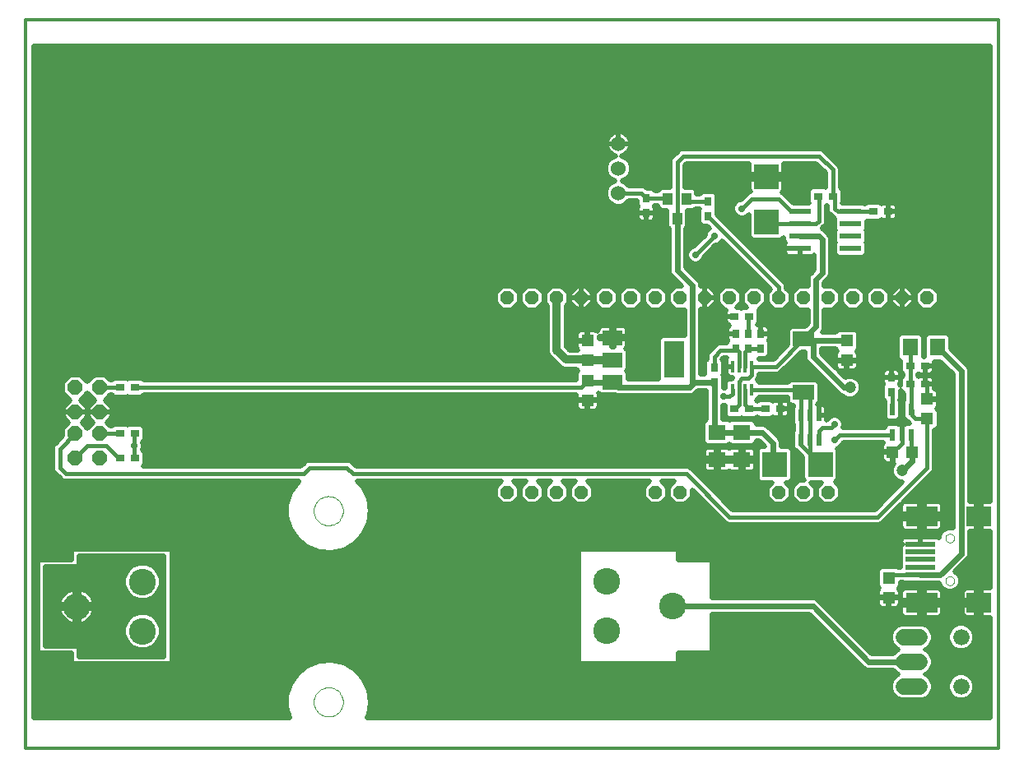
<source format=gtl>
G75*
G70*
%OFA0B0*%
%FSLAX24Y24*%
%IPPOS*%
%LPD*%
%AMOC8*
5,1,8,0,0,1.08239X$1,22.5*
%
%ADD10C,0.0120*%
%ADD11R,0.0984X0.0787*%
%ADD12R,0.1299X0.0787*%
%ADD13R,0.1220X0.0197*%
%ADD14C,0.0000*%
%ADD15R,0.0217X0.0472*%
%ADD16R,0.0315X0.0354*%
%ADD17R,0.0512X0.0472*%
%ADD18R,0.0354X0.0315*%
%ADD19R,0.0472X0.0512*%
%ADD20C,0.0600*%
%ADD21C,0.1080*%
%ADD22C,0.0650*%
%ADD23C,0.0660*%
%ADD24R,0.0630X0.0709*%
%ADD25R,0.0790X0.0590*%
%ADD26R,0.0790X0.1500*%
%ADD27R,0.0160X0.0480*%
%ADD28R,0.0866X0.0591*%
%ADD29R,0.0200X0.0480*%
%ADD30R,0.0709X0.0630*%
%ADD31R,0.1000X0.1000*%
%ADD32OC8,0.0531*%
%ADD33OC8,0.0591*%
%ADD34R,0.0394X0.0500*%
%ADD35R,0.0866X0.0236*%
%ADD36C,0.0200*%
%ADD37C,0.0290*%
%ADD38C,0.0160*%
%ADD39C,0.0220*%
%ADD40C,0.0472*%
%ADD41C,0.0320*%
D10*
X000624Y000160D02*
X000624Y029688D01*
X039994Y029688D01*
X039994Y000160D01*
X000624Y000160D01*
D11*
X039220Y006058D03*
X039220Y009562D03*
D12*
X036898Y009562D03*
X036898Y006058D03*
D13*
X036858Y007180D03*
X036858Y007495D03*
X036858Y007810D03*
X036858Y008125D03*
X036858Y008440D03*
D14*
X037862Y008676D02*
X037864Y008702D01*
X037870Y008728D01*
X037880Y008753D01*
X037893Y008776D01*
X037909Y008796D01*
X037929Y008814D01*
X037951Y008829D01*
X037974Y008841D01*
X038000Y008849D01*
X038026Y008853D01*
X038052Y008853D01*
X038078Y008849D01*
X038104Y008841D01*
X038128Y008829D01*
X038149Y008814D01*
X038169Y008796D01*
X038185Y008776D01*
X038198Y008753D01*
X038208Y008728D01*
X038214Y008702D01*
X038216Y008676D01*
X038214Y008650D01*
X038208Y008624D01*
X038198Y008599D01*
X038185Y008576D01*
X038169Y008556D01*
X038149Y008538D01*
X038127Y008523D01*
X038104Y008511D01*
X038078Y008503D01*
X038052Y008499D01*
X038026Y008499D01*
X038000Y008503D01*
X037974Y008511D01*
X037950Y008523D01*
X037929Y008538D01*
X037909Y008556D01*
X037893Y008576D01*
X037880Y008599D01*
X037870Y008624D01*
X037864Y008650D01*
X037862Y008676D01*
X037862Y006944D02*
X037864Y006970D01*
X037870Y006996D01*
X037880Y007021D01*
X037893Y007044D01*
X037909Y007064D01*
X037929Y007082D01*
X037951Y007097D01*
X037974Y007109D01*
X038000Y007117D01*
X038026Y007121D01*
X038052Y007121D01*
X038078Y007117D01*
X038104Y007109D01*
X038128Y007097D01*
X038149Y007082D01*
X038169Y007064D01*
X038185Y007044D01*
X038198Y007021D01*
X038208Y006996D01*
X038214Y006970D01*
X038216Y006944D01*
X038214Y006918D01*
X038208Y006892D01*
X038198Y006867D01*
X038185Y006844D01*
X038169Y006824D01*
X038149Y006806D01*
X038127Y006791D01*
X038104Y006779D01*
X038078Y006771D01*
X038052Y006767D01*
X038026Y006767D01*
X038000Y006771D01*
X037974Y006779D01*
X037950Y006791D01*
X037929Y006806D01*
X037909Y006824D01*
X037893Y006844D01*
X037880Y006867D01*
X037870Y006892D01*
X037864Y006918D01*
X037862Y006944D01*
X012283Y009785D02*
X012285Y009833D01*
X012291Y009881D01*
X012301Y009928D01*
X012314Y009974D01*
X012332Y010019D01*
X012352Y010063D01*
X012377Y010105D01*
X012405Y010144D01*
X012435Y010181D01*
X012469Y010215D01*
X012506Y010247D01*
X012544Y010276D01*
X012585Y010301D01*
X012628Y010323D01*
X012673Y010341D01*
X012719Y010355D01*
X012766Y010366D01*
X012814Y010373D01*
X012862Y010376D01*
X012910Y010375D01*
X012958Y010370D01*
X013006Y010361D01*
X013052Y010349D01*
X013097Y010332D01*
X013141Y010312D01*
X013183Y010289D01*
X013223Y010262D01*
X013261Y010232D01*
X013296Y010199D01*
X013328Y010163D01*
X013358Y010125D01*
X013384Y010084D01*
X013406Y010041D01*
X013426Y009997D01*
X013441Y009952D01*
X013453Y009905D01*
X013461Y009857D01*
X013465Y009809D01*
X013465Y009761D01*
X013461Y009713D01*
X013453Y009665D01*
X013441Y009618D01*
X013426Y009573D01*
X013406Y009529D01*
X013384Y009486D01*
X013358Y009445D01*
X013328Y009407D01*
X013296Y009371D01*
X013261Y009338D01*
X013223Y009308D01*
X013183Y009281D01*
X013141Y009258D01*
X013097Y009238D01*
X013052Y009221D01*
X013006Y009209D01*
X012958Y009200D01*
X012910Y009195D01*
X012862Y009194D01*
X012814Y009197D01*
X012766Y009204D01*
X012719Y009215D01*
X012673Y009229D01*
X012628Y009247D01*
X012585Y009269D01*
X012544Y009294D01*
X012506Y009323D01*
X012469Y009355D01*
X012435Y009389D01*
X012405Y009426D01*
X012377Y009465D01*
X012352Y009507D01*
X012332Y009551D01*
X012314Y009596D01*
X012301Y009642D01*
X012291Y009689D01*
X012285Y009737D01*
X012283Y009785D01*
X012283Y002035D02*
X012285Y002083D01*
X012291Y002131D01*
X012301Y002178D01*
X012314Y002224D01*
X012332Y002269D01*
X012352Y002313D01*
X012377Y002355D01*
X012405Y002394D01*
X012435Y002431D01*
X012469Y002465D01*
X012506Y002497D01*
X012544Y002526D01*
X012585Y002551D01*
X012628Y002573D01*
X012673Y002591D01*
X012719Y002605D01*
X012766Y002616D01*
X012814Y002623D01*
X012862Y002626D01*
X012910Y002625D01*
X012958Y002620D01*
X013006Y002611D01*
X013052Y002599D01*
X013097Y002582D01*
X013141Y002562D01*
X013183Y002539D01*
X013223Y002512D01*
X013261Y002482D01*
X013296Y002449D01*
X013328Y002413D01*
X013358Y002375D01*
X013384Y002334D01*
X013406Y002291D01*
X013426Y002247D01*
X013441Y002202D01*
X013453Y002155D01*
X013461Y002107D01*
X013465Y002059D01*
X013465Y002011D01*
X013461Y001963D01*
X013453Y001915D01*
X013441Y001868D01*
X013426Y001823D01*
X013406Y001779D01*
X013384Y001736D01*
X013358Y001695D01*
X013328Y001657D01*
X013296Y001621D01*
X013261Y001588D01*
X013223Y001558D01*
X013183Y001531D01*
X013141Y001508D01*
X013097Y001488D01*
X013052Y001471D01*
X013006Y001459D01*
X012958Y001450D01*
X012910Y001445D01*
X012862Y001444D01*
X012814Y001447D01*
X012766Y001454D01*
X012719Y001465D01*
X012673Y001479D01*
X012628Y001497D01*
X012585Y001519D01*
X012544Y001544D01*
X012506Y001573D01*
X012469Y001605D01*
X012435Y001639D01*
X012405Y001676D01*
X012377Y001715D01*
X012352Y001757D01*
X012332Y001801D01*
X012314Y001846D01*
X012301Y001892D01*
X012291Y001939D01*
X012285Y001987D01*
X012283Y002035D01*
D15*
X035725Y012870D03*
X036099Y012870D03*
X036473Y012870D03*
X036473Y013894D03*
X035725Y013894D03*
D16*
X035677Y014598D03*
X035677Y015198D03*
X030374Y016360D03*
X029874Y016360D03*
X029374Y016360D03*
X029374Y016960D03*
X029874Y016960D03*
X030374Y016960D03*
X028499Y015585D03*
X028499Y014985D03*
X028249Y021735D03*
X028249Y022335D03*
X025749Y022460D03*
X025749Y021860D03*
D17*
X023374Y016685D03*
X023374Y015885D03*
X023374Y015060D03*
X023374Y014260D03*
X033874Y015885D03*
X033874Y016685D03*
X037124Y014310D03*
X037124Y013510D03*
X035574Y007060D03*
X035574Y006260D03*
D18*
X031174Y013910D03*
X030574Y013910D03*
X029924Y013910D03*
X029324Y013910D03*
X029324Y017660D03*
X029924Y017660D03*
X034949Y021910D03*
X035549Y021910D03*
X033299Y022535D03*
X032699Y022535D03*
X036449Y015660D03*
X037049Y015660D03*
X037049Y014910D03*
X036449Y014910D03*
X005049Y014785D03*
X004449Y014785D03*
X004449Y012910D03*
X005049Y012910D03*
X005049Y011910D03*
X004449Y011910D03*
D19*
X035724Y012160D03*
X036524Y012160D03*
D20*
X024624Y022660D03*
X024624Y023660D03*
X024624Y024660D03*
D21*
X024151Y006914D03*
X026807Y005914D03*
X024151Y004914D03*
X005347Y004906D03*
X002691Y005906D03*
X005347Y006906D03*
D22*
X036174Y004660D02*
X036824Y004660D01*
X036824Y003660D02*
X036174Y003660D01*
X036174Y002660D02*
X036824Y002660D01*
D23*
X038499Y002660D03*
X038499Y004660D03*
D24*
X037550Y016410D03*
X036448Y016410D03*
D25*
X024384Y016800D03*
X024384Y015900D03*
X024384Y015000D03*
D26*
X026864Y015910D03*
D27*
X029244Y015640D03*
X029494Y015640D03*
X029754Y015640D03*
X030004Y015640D03*
X030004Y014680D03*
X029754Y014680D03*
X029494Y014680D03*
X029244Y014680D03*
D28*
X032124Y014577D03*
X032124Y016743D03*
D29*
X032004Y013650D03*
X032374Y013650D03*
X032744Y013650D03*
X032744Y012670D03*
X032374Y012670D03*
X032004Y012670D03*
D30*
X029624Y012961D03*
X028624Y012961D03*
X028624Y011859D03*
X029624Y011859D03*
D31*
X030949Y011660D03*
X032799Y011660D03*
X030624Y021485D03*
X030624Y023335D03*
D32*
X030124Y018410D03*
X029124Y018410D03*
X028124Y018410D03*
X027124Y018410D03*
X026124Y018410D03*
X025124Y018410D03*
X024124Y018410D03*
X023124Y018410D03*
X022124Y018410D03*
X021124Y018410D03*
X020124Y018410D03*
X031124Y018410D03*
X032124Y018410D03*
X033124Y018410D03*
X034124Y018410D03*
X035124Y018410D03*
X036124Y018410D03*
X037124Y018410D03*
X033124Y010535D03*
X032124Y010535D03*
X031124Y010535D03*
X027124Y010535D03*
X026124Y010535D03*
X023124Y010535D03*
X022124Y010535D03*
X021124Y010535D03*
X020124Y010535D03*
D33*
X003624Y011910D03*
X002624Y011910D03*
X002624Y012910D03*
X002624Y013785D03*
X002624Y014785D03*
X003624Y014785D03*
X003624Y013785D03*
X003624Y012910D03*
D34*
X026625Y022429D03*
X027373Y022429D03*
X026999Y021641D03*
D35*
X031975Y021410D03*
X031975Y020910D03*
X031975Y020410D03*
X034023Y020410D03*
X034023Y020910D03*
X034023Y021410D03*
X034023Y021910D03*
X031975Y021910D03*
D36*
X031710Y022248D02*
X031378Y022580D01*
X031294Y022664D01*
X031253Y022681D01*
X031284Y022712D01*
X031310Y022758D01*
X031324Y022809D01*
X031324Y023235D01*
X030724Y023235D01*
X030724Y023435D01*
X031324Y023435D01*
X031324Y023860D01*
X032625Y023860D01*
X032999Y023486D01*
X032999Y022881D01*
X032999Y022881D01*
X032967Y022912D01*
X032431Y022912D01*
X032302Y022784D01*
X032302Y022286D01*
X032340Y022248D01*
X031710Y022248D01*
X031566Y022392D02*
X032302Y022392D01*
X032302Y022591D02*
X031368Y022591D01*
X031319Y022789D02*
X032307Y022789D01*
X032999Y022988D02*
X031324Y022988D01*
X031324Y023186D02*
X032999Y023186D01*
X032999Y023385D02*
X030724Y023385D01*
X030524Y023385D02*
X027299Y023385D01*
X027299Y023583D02*
X029924Y023583D01*
X029924Y023435D02*
X029924Y023860D01*
X027373Y023860D01*
X027299Y023786D01*
X027299Y022899D01*
X027661Y022899D01*
X027790Y022770D01*
X027790Y022635D01*
X027903Y022635D01*
X028000Y022732D01*
X028498Y022732D01*
X028626Y022603D01*
X028626Y022067D01*
X028595Y022035D01*
X028626Y022003D01*
X028626Y021782D01*
X031378Y019030D01*
X031424Y018920D01*
X031424Y018797D01*
X031610Y018611D01*
X031610Y018209D01*
X031325Y017924D01*
X030923Y017924D01*
X030638Y018209D01*
X030638Y018611D01*
X030793Y018766D01*
X028823Y020737D01*
X028808Y020703D01*
X028706Y020601D01*
X028572Y020545D01*
X028558Y020545D01*
X028114Y020101D01*
X028114Y020087D01*
X028058Y019953D01*
X027956Y019851D01*
X027822Y019795D01*
X027676Y019795D01*
X027542Y019851D01*
X027440Y019953D01*
X027384Y020087D01*
X027384Y020233D01*
X027440Y020367D01*
X027542Y020469D01*
X027676Y020525D01*
X027690Y020525D01*
X028134Y020969D01*
X028134Y020983D01*
X028190Y021117D01*
X028292Y021219D01*
X028326Y021234D01*
X028222Y021338D01*
X028000Y021338D01*
X027872Y021467D01*
X027872Y022003D01*
X027903Y022035D01*
X027903Y022035D01*
X027737Y022035D01*
X027661Y021959D01*
X027416Y021959D01*
X027416Y021300D01*
X027329Y021213D01*
X027329Y019672D01*
X027811Y019190D01*
X027904Y019097D01*
X027954Y018976D01*
X027954Y018876D01*
X028124Y018876D01*
X028124Y018410D01*
X028124Y018410D01*
X028124Y018410D01*
X028124Y017944D01*
X028317Y017944D01*
X028590Y018217D01*
X028590Y018410D01*
X028590Y018603D01*
X028317Y018876D01*
X028124Y018876D01*
X028124Y018410D01*
X028124Y017944D01*
X027954Y017944D01*
X027954Y015315D01*
X028123Y015315D01*
X028122Y015317D01*
X028122Y015853D01*
X028199Y015931D01*
X028199Y016095D01*
X028245Y016205D01*
X028495Y016455D01*
X028579Y016539D01*
X028689Y016585D01*
X028997Y016585D01*
X028997Y016628D01*
X029046Y016678D01*
X029030Y016706D01*
X029017Y016757D01*
X029017Y016960D01*
X029374Y016960D01*
X029374Y016960D01*
X029017Y016960D01*
X029017Y017163D01*
X029030Y017214D01*
X029056Y017260D01*
X029094Y017297D01*
X029109Y017306D01*
X029070Y017316D01*
X029024Y017342D01*
X028987Y017380D01*
X028960Y017425D01*
X028947Y017476D01*
X028947Y017660D01*
X029324Y017660D01*
X029324Y017660D01*
X028947Y017660D01*
X028947Y017844D01*
X028960Y017895D01*
X028978Y017924D01*
X028923Y017924D01*
X028638Y018209D01*
X028638Y018611D01*
X028923Y018896D01*
X029325Y018896D01*
X029610Y018611D01*
X029610Y018209D01*
X029418Y018017D01*
X029528Y018017D01*
X029578Y018004D01*
X029606Y017988D01*
X029656Y018037D01*
X029810Y018037D01*
X029638Y018209D01*
X029638Y018611D01*
X029923Y018896D01*
X030325Y018896D01*
X030610Y018611D01*
X030610Y018209D01*
X030325Y017924D01*
X030306Y017924D01*
X030321Y017909D01*
X030321Y017411D01*
X030247Y017337D01*
X030374Y017337D01*
X030374Y016960D01*
X030374Y016960D01*
X030374Y017337D01*
X030558Y017337D01*
X030609Y017324D01*
X030654Y017297D01*
X030692Y017260D01*
X030718Y017214D01*
X030731Y017163D01*
X030731Y016960D01*
X030374Y016960D01*
X030374Y016960D01*
X030731Y016960D01*
X030731Y016757D01*
X030718Y016706D01*
X030702Y016678D01*
X030751Y016628D01*
X030751Y016092D01*
X030623Y015963D01*
X030304Y015963D01*
X030304Y015940D01*
X030897Y015940D01*
X031471Y016514D01*
X031471Y017129D01*
X031600Y017258D01*
X032173Y017258D01*
X032294Y017379D01*
X032294Y017924D01*
X031923Y017924D01*
X031638Y018209D01*
X031638Y018611D01*
X031923Y018896D01*
X032294Y018896D01*
X032294Y019226D01*
X032344Y019347D01*
X032437Y019440D01*
X032544Y019547D01*
X032544Y020145D01*
X032531Y020132D01*
X032486Y020106D01*
X032435Y020092D01*
X031975Y020092D01*
X031975Y020410D01*
X031342Y020410D01*
X031342Y020266D01*
X031356Y020215D01*
X031382Y020169D01*
X031420Y020132D01*
X031465Y020106D01*
X031516Y020092D01*
X031975Y020092D01*
X031975Y020410D01*
X031975Y020410D01*
X031342Y020410D01*
X031342Y020554D01*
X031356Y020605D01*
X031379Y020645D01*
X031322Y020701D01*
X031322Y020872D01*
X031215Y020765D01*
X030033Y020765D01*
X029904Y020894D01*
X029904Y021799D01*
X029831Y021726D01*
X029697Y021670D01*
X029551Y021670D01*
X029417Y021726D01*
X029315Y021828D01*
X029259Y021962D01*
X029259Y022108D01*
X029315Y022242D01*
X029417Y022344D01*
X029551Y022400D01*
X029565Y022400D01*
X029829Y022664D01*
X029939Y022710D01*
X029966Y022710D01*
X029964Y022712D01*
X029938Y022758D01*
X029924Y022809D01*
X029924Y023235D01*
X030524Y023235D01*
X030524Y023435D01*
X029924Y023435D01*
X029924Y023186D02*
X027299Y023186D01*
X027299Y022988D02*
X029924Y022988D01*
X029929Y022789D02*
X027771Y022789D01*
X028626Y022591D02*
X029755Y022591D01*
X029532Y022392D02*
X028626Y022392D01*
X028626Y022194D02*
X029295Y022194D01*
X029259Y021995D02*
X028626Y021995D01*
X028626Y021797D02*
X029346Y021797D01*
X029902Y021797D02*
X029904Y021797D01*
X029904Y021598D02*
X028810Y021598D01*
X029009Y021400D02*
X029904Y021400D01*
X029904Y021201D02*
X029207Y021201D01*
X029406Y021003D02*
X029904Y021003D01*
X029994Y020804D02*
X029604Y020804D01*
X029803Y020606D02*
X031356Y020606D01*
X031342Y020407D02*
X030001Y020407D01*
X030200Y020209D02*
X031360Y020209D01*
X031322Y020804D02*
X031254Y020804D01*
X031975Y020410D02*
X031975Y020410D01*
X031975Y020407D02*
X031975Y020407D01*
X031975Y020209D02*
X031975Y020209D01*
X032544Y020010D02*
X030398Y020010D01*
X030597Y019812D02*
X032544Y019812D01*
X032544Y019613D02*
X030795Y019613D01*
X030994Y019415D02*
X032412Y019415D01*
X032294Y019216D02*
X031192Y019216D01*
X031383Y019018D02*
X032294Y019018D01*
X031846Y018819D02*
X031424Y018819D01*
X031600Y018621D02*
X031648Y018621D01*
X031638Y018422D02*
X031610Y018422D01*
X031610Y018224D02*
X031638Y018224D01*
X031822Y018025D02*
X031426Y018025D01*
X030822Y018025D02*
X030426Y018025D01*
X030321Y017827D02*
X032294Y017827D01*
X032294Y017628D02*
X030321Y017628D01*
X030321Y017430D02*
X032294Y017430D01*
X031573Y017231D02*
X030708Y017231D01*
X030731Y017033D02*
X031471Y017033D01*
X031471Y016834D02*
X030731Y016834D01*
X030744Y016636D02*
X031471Y016636D01*
X031394Y016437D02*
X030751Y016437D01*
X030751Y016239D02*
X031196Y016239D01*
X030997Y016040D02*
X030700Y016040D01*
X031449Y015643D02*
X032424Y015643D01*
X032312Y015755D02*
X032219Y015848D01*
X032169Y015969D01*
X032169Y016227D01*
X032033Y016227D01*
X031191Y015386D01*
X031081Y015340D01*
X030304Y015340D01*
X030304Y015230D01*
X030258Y015120D01*
X030227Y015088D01*
X030304Y015011D01*
X030304Y014980D01*
X031487Y014980D01*
X031600Y015093D01*
X032648Y015093D01*
X032777Y014964D01*
X032777Y014191D01*
X032676Y014090D01*
X032744Y014090D01*
X032744Y013650D01*
X032744Y013650D01*
X032744Y014090D01*
X032870Y014090D01*
X032921Y014076D01*
X032967Y014050D01*
X033004Y014013D01*
X033030Y013967D01*
X033044Y013916D01*
X033044Y013650D01*
X032744Y013650D01*
X032744Y013650D01*
X033044Y013650D01*
X033044Y013460D01*
X033051Y013460D01*
X033065Y013492D01*
X033167Y013594D01*
X033301Y013650D01*
X033447Y013650D01*
X033581Y013594D01*
X033683Y013492D01*
X033739Y013358D01*
X033739Y013212D01*
X033722Y013170D01*
X035397Y013170D01*
X035397Y013198D01*
X035526Y013327D01*
X035924Y013327D01*
X035949Y013302D01*
X035964Y013307D01*
X036099Y013307D01*
X036099Y012870D01*
X036099Y012870D01*
X036099Y013307D01*
X036234Y013307D01*
X036249Y013302D01*
X036274Y013327D01*
X036408Y013327D01*
X036329Y013406D01*
X036297Y013438D01*
X036274Y013438D01*
X036145Y013567D01*
X036145Y014221D01*
X036173Y014250D01*
X036173Y014540D01*
X036054Y014659D01*
X036054Y014329D01*
X036025Y014300D01*
X036025Y014250D01*
X036053Y014221D01*
X036053Y013567D01*
X035924Y013438D01*
X035526Y013438D01*
X035397Y013567D01*
X035397Y014221D01*
X035402Y014227D01*
X035299Y014329D01*
X035299Y014866D01*
X035349Y014915D01*
X035333Y014943D01*
X035319Y014994D01*
X035319Y015197D01*
X035677Y015197D01*
X035677Y015198D01*
X035677Y015198D01*
X035677Y015575D01*
X035861Y015575D01*
X035911Y015561D01*
X035957Y015535D01*
X035994Y015497D01*
X036021Y015452D01*
X036034Y015401D01*
X036034Y015198D01*
X035677Y015198D01*
X035677Y015575D01*
X035493Y015575D01*
X035442Y015561D01*
X035396Y015535D01*
X035359Y015497D01*
X035333Y015452D01*
X035319Y015401D01*
X035319Y015198D01*
X035677Y015198D01*
X035677Y015197D02*
X036034Y015197D01*
X036034Y014994D01*
X036021Y014943D01*
X036005Y014915D01*
X036052Y014868D01*
X036052Y015159D01*
X036149Y015256D01*
X036149Y015314D01*
X036052Y015411D01*
X036052Y015836D01*
X036042Y015836D01*
X035913Y015965D01*
X035913Y016855D01*
X036042Y016984D01*
X036854Y016984D01*
X036983Y016855D01*
X036983Y016017D01*
X037015Y016017D01*
X037015Y016855D01*
X037144Y016984D01*
X037956Y016984D01*
X038085Y016855D01*
X038085Y016342D01*
X038779Y015648D01*
X038829Y015527D01*
X038829Y010156D01*
X039124Y010156D01*
X039124Y009659D01*
X039317Y009659D01*
X039317Y010156D01*
X039684Y010156D01*
X039684Y028638D01*
X000934Y028638D01*
X000934Y001388D01*
X011314Y001388D01*
X011193Y001782D01*
X011193Y002288D01*
X011342Y002773D01*
X011342Y002773D01*
X011628Y003191D01*
X011628Y003191D01*
X012024Y003507D01*
X012024Y003507D01*
X012496Y003692D01*
X012496Y003692D01*
X013001Y003730D01*
X013001Y003730D01*
X013495Y003617D01*
X013495Y003617D01*
X013934Y003364D01*
X013934Y003364D01*
X014279Y002993D01*
X014279Y002993D01*
X014498Y002536D01*
X014498Y002536D01*
X014574Y002035D01*
X014498Y001534D01*
X014498Y001534D01*
X014428Y001388D01*
X039684Y001388D01*
X039684Y005464D01*
X039317Y005464D01*
X039317Y005961D01*
X039124Y005961D01*
X039124Y005464D01*
X038702Y005464D01*
X038651Y005478D01*
X038605Y005504D01*
X038568Y005542D01*
X038542Y005587D01*
X038528Y005638D01*
X038528Y005961D01*
X039124Y005961D01*
X039124Y006155D01*
X039124Y006652D01*
X038702Y006652D01*
X038651Y006638D01*
X038605Y006612D01*
X038568Y006575D01*
X038542Y006529D01*
X038528Y006478D01*
X038528Y006155D01*
X039124Y006155D01*
X039317Y006155D01*
X039317Y006652D01*
X039684Y006652D01*
X039684Y008968D01*
X039317Y008968D01*
X039317Y009465D01*
X039124Y009465D01*
X039124Y008968D01*
X038829Y008968D01*
X038829Y007969D01*
X038779Y007848D01*
X038686Y007755D01*
X038250Y007319D01*
X038281Y007306D01*
X039684Y007306D01*
X039684Y007108D02*
X038434Y007108D01*
X038401Y007186D02*
X038466Y007029D01*
X038466Y006859D01*
X038401Y006702D01*
X038281Y006582D01*
X038124Y006517D01*
X037954Y006517D01*
X037797Y006582D01*
X037677Y006702D01*
X037616Y006850D01*
X036793Y006850D01*
X036765Y006862D01*
X036157Y006862D01*
X036138Y006880D01*
X036050Y006880D01*
X036050Y006733D01*
X035963Y006646D01*
X035990Y006619D01*
X036016Y006573D01*
X036030Y006523D01*
X036030Y006278D01*
X035592Y006278D01*
X035592Y006242D01*
X035592Y005824D01*
X035856Y005824D01*
X035907Y005837D01*
X035953Y005864D01*
X035990Y005901D01*
X036016Y005947D01*
X036030Y005997D01*
X036030Y006242D01*
X035592Y006242D01*
X035556Y006242D01*
X035556Y005824D01*
X035292Y005824D01*
X035241Y005837D01*
X035195Y005864D01*
X035158Y005901D01*
X035132Y005947D01*
X035118Y005997D01*
X035118Y006242D01*
X035556Y006242D01*
X035556Y006278D01*
X035118Y006278D01*
X035118Y006523D01*
X035132Y006573D01*
X035158Y006619D01*
X035185Y006646D01*
X035098Y006733D01*
X035098Y007387D01*
X035227Y007516D01*
X035921Y007516D01*
X035957Y007480D01*
X036028Y007480D01*
X036028Y008315D01*
X036048Y008335D01*
X036048Y008440D01*
X036153Y008440D01*
X036048Y008440D01*
X036048Y008565D01*
X036062Y008616D01*
X036088Y008661D01*
X036125Y008698D01*
X036171Y008725D01*
X036222Y008738D01*
X036858Y008738D01*
X036858Y008443D01*
X036858Y008443D01*
X036858Y008738D01*
X037495Y008738D01*
X037546Y008725D01*
X037591Y008698D01*
X037612Y008677D01*
X037612Y008761D01*
X037677Y008918D01*
X037797Y009038D01*
X037954Y009103D01*
X038124Y009103D01*
X038169Y009085D01*
X038169Y015324D01*
X037658Y015836D01*
X037426Y015836D01*
X037426Y015660D01*
X037049Y015660D01*
X037049Y015660D01*
X037049Y015303D01*
X037253Y015303D01*
X037303Y015316D01*
X037349Y015342D01*
X037386Y015380D01*
X037413Y015425D01*
X037426Y015476D01*
X037426Y015660D01*
X037049Y015660D01*
X037049Y015303D01*
X036846Y015303D01*
X036795Y015316D01*
X036767Y015332D01*
X036749Y015314D01*
X036749Y015256D01*
X036767Y015238D01*
X036795Y015254D01*
X036846Y015267D01*
X037049Y015267D01*
X037049Y014910D01*
X037049Y014910D01*
X037049Y015267D01*
X037253Y015267D01*
X037303Y015254D01*
X037349Y015228D01*
X037386Y015190D01*
X037413Y015145D01*
X037426Y015094D01*
X037426Y014910D01*
X037049Y014910D01*
X037049Y014910D01*
X037426Y014910D01*
X037426Y014741D01*
X037457Y014733D01*
X037503Y014706D01*
X037540Y014669D01*
X037566Y014623D01*
X037580Y014573D01*
X037580Y014328D01*
X037142Y014328D01*
X037142Y014292D01*
X037580Y014292D01*
X037580Y014047D01*
X037566Y013997D01*
X037540Y013951D01*
X037513Y013924D01*
X037600Y013837D01*
X037600Y013183D01*
X037471Y013054D01*
X037424Y013054D01*
X037424Y011475D01*
X037378Y011365D01*
X037294Y011281D01*
X036134Y010121D01*
X036171Y010142D01*
X036222Y010156D01*
X036801Y010156D01*
X036801Y009659D01*
X036994Y009659D01*
X036994Y010156D01*
X037573Y010156D01*
X037624Y010142D01*
X037670Y010116D01*
X037707Y010078D01*
X037734Y010033D01*
X037747Y009982D01*
X037747Y009659D01*
X036994Y009659D01*
X036994Y009465D01*
X036994Y008968D01*
X037573Y008968D01*
X037624Y008982D01*
X037670Y009008D01*
X037707Y009045D01*
X037734Y009091D01*
X037747Y009142D01*
X037747Y009465D01*
X036994Y009465D01*
X036801Y009465D01*
X036801Y008968D01*
X036222Y008968D01*
X036171Y008982D01*
X036125Y009008D01*
X036088Y009045D01*
X036062Y009091D01*
X036048Y009142D01*
X036048Y009465D01*
X036801Y009465D01*
X036801Y009659D01*
X036048Y009659D01*
X036048Y009982D01*
X036062Y010033D01*
X036083Y010069D01*
X035294Y009281D01*
X035184Y009235D01*
X029064Y009235D01*
X028954Y009281D01*
X028870Y009365D01*
X027610Y010625D01*
X027610Y010334D01*
X027325Y010049D01*
X026923Y010049D01*
X026638Y010334D01*
X026638Y010736D01*
X026887Y010985D01*
X026361Y010985D01*
X026610Y010736D01*
X026610Y010334D01*
X026325Y010049D01*
X025923Y010049D01*
X025638Y010334D01*
X025638Y010736D01*
X025887Y010985D01*
X023361Y010985D01*
X023610Y010736D01*
X023610Y010334D01*
X023325Y010049D01*
X022923Y010049D01*
X022638Y010334D01*
X022638Y010736D01*
X022887Y010985D01*
X022361Y010985D01*
X022610Y010736D01*
X022610Y010334D01*
X022325Y010049D01*
X021923Y010049D01*
X021638Y010334D01*
X021638Y010736D01*
X021887Y010985D01*
X021361Y010985D01*
X021610Y010736D01*
X021610Y010334D01*
X021325Y010049D01*
X020923Y010049D01*
X020638Y010334D01*
X020638Y010736D01*
X020887Y010985D01*
X020361Y010985D01*
X020610Y010736D01*
X020610Y010334D01*
X020325Y010049D01*
X019923Y010049D01*
X019638Y010334D01*
X019638Y010736D01*
X019887Y010985D01*
X014054Y010985D01*
X014279Y010743D01*
X014279Y010743D01*
X014498Y010286D01*
X014498Y010286D01*
X014574Y009785D01*
X014498Y009284D01*
X014498Y009284D01*
X014279Y008827D01*
X014279Y008827D01*
X013934Y008456D01*
X013934Y008456D01*
X013934Y008456D01*
X013495Y008203D01*
X013495Y008203D01*
X013001Y008090D01*
X013001Y008090D01*
X012496Y008128D01*
X012496Y008128D01*
X012024Y008313D01*
X012024Y008313D01*
X011628Y008629D01*
X011628Y008629D01*
X011342Y009047D01*
X011342Y009047D01*
X011193Y009532D01*
X011193Y010038D01*
X011342Y010523D01*
X011342Y010523D01*
X011628Y010941D01*
X011628Y010941D01*
X011628Y010941D01*
X011683Y010985D01*
X002189Y010985D01*
X002079Y011031D01*
X001995Y011115D01*
X001995Y011115D01*
X001745Y011365D01*
X001699Y011475D01*
X001699Y012345D01*
X001745Y012455D01*
X001829Y012539D01*
X002109Y012819D01*
X002109Y013123D01*
X002347Y013362D01*
X002129Y013580D01*
X002129Y013785D01*
X002624Y013785D01*
X002624Y013785D01*
X002129Y013785D01*
X002129Y013990D01*
X002409Y014271D01*
X002109Y014572D01*
X002109Y014998D01*
X002411Y015300D01*
X002837Y015300D01*
X003124Y015014D01*
X003411Y015300D01*
X003837Y015300D01*
X004053Y015085D01*
X004103Y015085D01*
X004181Y015162D01*
X004717Y015162D01*
X004749Y015131D01*
X004781Y015162D01*
X005317Y015162D01*
X005395Y015085D01*
X022898Y015085D01*
X022898Y015387D01*
X022983Y015472D01*
X022926Y015530D01*
X022423Y015530D01*
X022284Y015588D01*
X022177Y015695D01*
X021802Y016070D01*
X021744Y016209D01*
X021744Y018103D01*
X021638Y018209D01*
X021638Y018611D01*
X021923Y018896D01*
X022325Y018896D01*
X022610Y018611D01*
X022610Y018209D01*
X022504Y018103D01*
X022504Y016442D01*
X022656Y016290D01*
X022976Y016290D01*
X022985Y016299D01*
X022958Y016326D01*
X022932Y016372D01*
X022918Y016422D01*
X022918Y016667D01*
X023356Y016667D01*
X023356Y016703D01*
X022918Y016703D01*
X022918Y016948D01*
X022932Y016998D01*
X022958Y017044D01*
X022995Y017081D01*
X023041Y017108D01*
X023092Y017121D01*
X023356Y017121D01*
X023356Y016703D01*
X023392Y016703D01*
X023392Y017121D01*
X023656Y017121D01*
X023707Y017108D01*
X023753Y017081D01*
X023789Y017045D01*
X023789Y017121D01*
X023803Y017172D01*
X023829Y017218D01*
X023866Y017255D01*
X023912Y017281D01*
X023963Y017295D01*
X024337Y017295D01*
X024337Y016848D01*
X024432Y016848D01*
X024432Y017295D01*
X024805Y017295D01*
X024856Y017281D01*
X024902Y017255D01*
X024939Y017218D01*
X024965Y017172D01*
X024979Y017121D01*
X024979Y016848D01*
X024432Y016848D01*
X024432Y016752D01*
X024979Y016752D01*
X024979Y016479D01*
X024965Y016428D01*
X024939Y016382D01*
X024921Y016364D01*
X024999Y016286D01*
X024999Y015514D01*
X024935Y015450D01*
X024999Y015386D01*
X024999Y015115D01*
X026249Y015115D01*
X026249Y016751D01*
X026378Y016880D01*
X027294Y016880D01*
X027294Y017924D01*
X026923Y017924D01*
X026638Y018209D01*
X026638Y018611D01*
X026923Y018896D01*
X027172Y018896D01*
X026719Y019348D01*
X026669Y019469D01*
X026669Y021213D01*
X026582Y021300D01*
X026582Y021959D01*
X026337Y021959D01*
X026208Y022088D01*
X026208Y022160D01*
X026095Y022160D01*
X026077Y022142D01*
X026093Y022114D01*
X026106Y022063D01*
X026106Y021860D01*
X025749Y021860D01*
X025749Y021860D01*
X025392Y021860D01*
X025392Y021657D01*
X025405Y021606D01*
X025431Y021560D01*
X025469Y021523D01*
X025514Y021496D01*
X025565Y021483D01*
X025749Y021483D01*
X025933Y021483D01*
X025984Y021496D01*
X026029Y021523D01*
X026067Y021560D01*
X026093Y021606D01*
X026106Y021657D01*
X026106Y021860D01*
X025749Y021860D01*
X025392Y021860D01*
X025392Y022063D01*
X025405Y022114D01*
X025421Y022142D01*
X025372Y022192D01*
X025372Y022360D01*
X025059Y022360D01*
X024919Y022219D01*
X024727Y022140D01*
X024521Y022140D01*
X024329Y022219D01*
X024183Y022365D01*
X024104Y022557D01*
X024104Y022763D01*
X024183Y022955D01*
X024329Y023101D01*
X024472Y023160D01*
X024329Y023219D01*
X024183Y023365D01*
X024104Y023557D01*
X024104Y023763D01*
X024183Y023955D01*
X024329Y024101D01*
X024504Y024173D01*
X024432Y024197D01*
X024362Y024232D01*
X024298Y024279D01*
X024243Y024334D01*
X024196Y024398D01*
X024161Y024468D01*
X024136Y024543D01*
X024124Y024621D01*
X024124Y024660D01*
X024624Y024660D01*
X024624Y024660D01*
X024124Y024660D01*
X024124Y024699D01*
X024136Y024777D01*
X024161Y024852D01*
X024196Y024922D01*
X024243Y024986D01*
X024298Y025041D01*
X024362Y025088D01*
X024432Y025123D01*
X024507Y025148D01*
X024585Y025160D01*
X024624Y025160D01*
X024624Y024660D01*
X024624Y024660D01*
X024624Y025160D01*
X024663Y025160D01*
X024741Y025148D01*
X024816Y025123D01*
X024886Y025088D01*
X024950Y025041D01*
X025005Y024986D01*
X025052Y024922D01*
X025087Y024852D01*
X025112Y024777D01*
X025124Y024699D01*
X025124Y024660D01*
X024624Y024660D01*
X024624Y024660D01*
X025124Y024660D01*
X025124Y024621D01*
X025112Y024543D01*
X025087Y024468D01*
X025052Y024398D01*
X025005Y024334D01*
X024950Y024279D01*
X024886Y024232D01*
X024816Y024197D01*
X024744Y024173D01*
X024919Y024101D01*
X025065Y023955D01*
X025144Y023763D01*
X025144Y023557D01*
X025065Y023365D01*
X024919Y023219D01*
X024776Y023160D01*
X024919Y023101D01*
X025059Y022960D01*
X025609Y022960D01*
X025719Y022914D01*
X025776Y022857D01*
X025998Y022857D01*
X026095Y022760D01*
X026208Y022760D01*
X026208Y022770D01*
X026337Y022899D01*
X026699Y022899D01*
X026699Y023970D01*
X026745Y024080D01*
X026995Y024330D01*
X027079Y024414D01*
X027189Y024460D01*
X032809Y024460D01*
X032919Y024414D01*
X033469Y023864D01*
X033553Y023780D01*
X033599Y023670D01*
X033599Y022881D01*
X033696Y022784D01*
X033696Y022286D01*
X033674Y022264D01*
X033674Y022248D01*
X034547Y022248D01*
X034585Y022210D01*
X034603Y022210D01*
X034681Y022287D01*
X035217Y022287D01*
X035267Y022238D01*
X035295Y022254D01*
X035346Y022267D01*
X035549Y022267D01*
X035549Y021910D01*
X035549Y021910D01*
X035549Y021910D01*
X035549Y021553D01*
X035753Y021553D01*
X035803Y021566D01*
X035849Y021592D01*
X035886Y021630D01*
X035913Y021675D01*
X035926Y021726D01*
X035926Y021910D01*
X035926Y022094D01*
X035913Y022145D01*
X035886Y022190D01*
X035849Y022228D01*
X035803Y022254D01*
X035753Y022267D01*
X035549Y022267D01*
X035549Y021910D01*
X035549Y021553D01*
X035346Y021553D01*
X035295Y021566D01*
X035267Y021582D01*
X035217Y021533D01*
X034681Y021533D01*
X034676Y021538D01*
X034676Y021201D01*
X039684Y021201D01*
X039684Y021003D02*
X034676Y021003D01*
X034676Y021119D02*
X034635Y021160D01*
X034676Y021201D01*
X034676Y021119D02*
X034676Y020701D01*
X034635Y020660D01*
X034676Y020619D01*
X034676Y020201D01*
X034547Y020072D01*
X033498Y020072D01*
X033370Y020201D01*
X033370Y020619D01*
X033410Y020660D01*
X033370Y020701D01*
X033370Y021119D01*
X033410Y021160D01*
X033370Y021201D01*
X032909Y021201D01*
X032936Y021190D02*
X032860Y021221D01*
X032919Y021281D01*
X033003Y021365D01*
X033049Y021475D01*
X033049Y022158D01*
X033074Y022158D01*
X033074Y021975D01*
X033120Y021865D01*
X033204Y021781D01*
X033329Y021656D01*
X033383Y021633D01*
X033370Y021619D01*
X033370Y021201D01*
X033370Y021003D02*
X033123Y021003D01*
X033154Y020972D02*
X033061Y021065D01*
X032936Y021190D01*
X033061Y021065D02*
X033061Y021065D01*
X033154Y020972D02*
X033204Y020851D01*
X033204Y019344D01*
X033154Y019223D01*
X032954Y019023D01*
X032954Y018896D01*
X033325Y018896D01*
X033610Y018611D01*
X033610Y018209D01*
X033325Y017924D01*
X032954Y017924D01*
X032954Y017177D01*
X032904Y017056D01*
X032863Y017015D01*
X033401Y017015D01*
X033527Y017141D01*
X034221Y017141D01*
X034350Y017012D01*
X034350Y016358D01*
X034263Y016271D01*
X034290Y016244D01*
X034316Y016198D01*
X034330Y016148D01*
X034330Y015903D01*
X033892Y015903D01*
X033892Y015867D01*
X033892Y015449D01*
X034156Y015449D01*
X034207Y015462D01*
X034253Y015489D01*
X034290Y015526D01*
X034316Y015572D01*
X034330Y015622D01*
X034330Y015867D01*
X033892Y015867D01*
X033856Y015867D01*
X033856Y015449D01*
X033592Y015449D01*
X033541Y015462D01*
X033535Y015466D01*
X033803Y015198D01*
X033908Y015241D01*
X034090Y015241D01*
X034257Y015172D01*
X034386Y015043D01*
X034455Y014876D01*
X034455Y014694D01*
X034386Y014527D01*
X034257Y014398D01*
X034090Y014329D01*
X033908Y014329D01*
X033741Y014398D01*
X033684Y014455D01*
X033683Y014455D01*
X033562Y014505D01*
X032312Y015755D01*
X032226Y015842D02*
X031647Y015842D01*
X031846Y016040D02*
X032169Y016040D01*
X032829Y016172D02*
X032829Y016355D01*
X033401Y016355D01*
X033485Y016271D01*
X033458Y016244D01*
X033432Y016198D01*
X033418Y016148D01*
X033418Y015903D01*
X033856Y015903D01*
X033856Y015867D01*
X033418Y015867D01*
X033418Y015622D01*
X033432Y015572D01*
X033435Y015565D01*
X032829Y016172D01*
X032829Y016239D02*
X033455Y016239D01*
X033418Y016040D02*
X032961Y016040D01*
X033159Y015842D02*
X033418Y015842D01*
X033418Y015643D02*
X033358Y015643D01*
X033556Y015445D02*
X035331Y015445D01*
X035319Y015246D02*
X033755Y015246D01*
X033856Y015643D02*
X033892Y015643D01*
X033892Y015842D02*
X033856Y015842D01*
X034330Y015842D02*
X036036Y015842D01*
X036052Y015643D02*
X034330Y015643D01*
X034330Y016040D02*
X035913Y016040D01*
X035913Y016239D02*
X034293Y016239D01*
X034350Y016437D02*
X035913Y016437D01*
X035913Y016636D02*
X034350Y016636D01*
X034350Y016834D02*
X035913Y016834D01*
X036983Y016834D02*
X037015Y016834D01*
X037015Y016636D02*
X036983Y016636D01*
X036983Y016437D02*
X037015Y016437D01*
X037015Y016239D02*
X036983Y016239D01*
X036983Y016040D02*
X037015Y016040D01*
X037049Y015660D02*
X037049Y015660D01*
X037049Y015643D02*
X037049Y015643D01*
X037049Y015445D02*
X037049Y015445D01*
X037049Y015246D02*
X037049Y015246D01*
X037049Y015048D02*
X037049Y015048D01*
X036781Y015246D02*
X036759Y015246D01*
X036139Y015246D02*
X036034Y015246D01*
X036034Y015048D02*
X036052Y015048D01*
X036052Y015445D02*
X036023Y015445D01*
X035677Y015445D02*
X035677Y015445D01*
X035677Y015246D02*
X035677Y015246D01*
X035677Y015198D02*
X035677Y015197D01*
X035319Y015048D02*
X034382Y015048D01*
X034455Y014849D02*
X035299Y014849D01*
X035299Y014651D02*
X034437Y014651D01*
X034311Y014452D02*
X035299Y014452D01*
X035375Y014254D02*
X032777Y014254D01*
X032777Y014452D02*
X033687Y014452D01*
X033417Y014651D02*
X032777Y014651D01*
X032777Y014849D02*
X033218Y014849D01*
X033020Y015048D02*
X032693Y015048D01*
X032821Y015246D02*
X030304Y015246D01*
X030268Y015048D02*
X031555Y015048D01*
X031250Y015445D02*
X032623Y015445D01*
X031471Y014380D02*
X031471Y014229D01*
X031428Y014254D01*
X031378Y014267D01*
X031174Y014267D01*
X030971Y014267D01*
X030920Y014254D01*
X030892Y014238D01*
X030842Y014287D01*
X030306Y014287D01*
X030249Y014231D01*
X030217Y014262D01*
X030304Y014349D01*
X030304Y014380D01*
X031471Y014380D01*
X031471Y014254D02*
X031429Y014254D01*
X031545Y014117D02*
X031600Y014062D01*
X031704Y014062D01*
X031704Y014001D01*
X031684Y013981D01*
X031684Y013319D01*
X031704Y013299D01*
X031704Y013021D01*
X031684Y013001D01*
X031684Y012339D01*
X031813Y012210D01*
X031825Y012210D01*
X032079Y011956D01*
X032079Y011069D01*
X032127Y011021D01*
X031923Y011021D01*
X031638Y010736D01*
X031638Y010334D01*
X031923Y010049D01*
X032325Y010049D01*
X032610Y010334D01*
X032610Y010736D01*
X032406Y010940D01*
X032842Y010940D01*
X032638Y010736D01*
X032638Y010334D01*
X032923Y010049D01*
X033325Y010049D01*
X033610Y010334D01*
X033610Y010736D01*
X033398Y010948D01*
X033519Y011069D01*
X033519Y012251D01*
X033467Y012303D01*
X033581Y012351D01*
X033683Y012453D01*
X033732Y012570D01*
X035359Y012570D01*
X035328Y012539D01*
X035301Y012493D01*
X035288Y012442D01*
X035288Y012178D01*
X035706Y012178D01*
X035706Y012142D01*
X035742Y012142D01*
X035742Y011704D01*
X035773Y011704D01*
X035737Y011668D01*
X035668Y011501D01*
X035668Y011319D01*
X035737Y011152D01*
X035866Y011023D01*
X036033Y010954D01*
X036119Y010954D01*
X035000Y009835D01*
X029248Y009835D01*
X027628Y011455D01*
X027544Y011539D01*
X027434Y011585D01*
X013998Y011585D01*
X013794Y011789D01*
X013684Y011835D01*
X012064Y011835D01*
X011954Y011789D01*
X011870Y011705D01*
X011750Y011585D01*
X005370Y011585D01*
X005446Y011661D01*
X005446Y012159D01*
X005336Y012269D01*
X005364Y012337D01*
X005364Y012483D01*
X005336Y012551D01*
X005446Y012661D01*
X005446Y013159D01*
X005317Y013287D01*
X004781Y013287D01*
X004749Y013256D01*
X004717Y013287D01*
X004181Y013287D01*
X004103Y013210D01*
X004053Y013210D01*
X003901Y013362D01*
X004119Y013580D01*
X004119Y013785D01*
X004119Y013990D01*
X003839Y014271D01*
X004053Y014485D01*
X004103Y014485D01*
X004181Y014408D01*
X004717Y014408D01*
X004749Y014439D01*
X004781Y014408D01*
X005317Y014408D01*
X005395Y014485D01*
X022918Y014485D01*
X022918Y014278D01*
X023356Y014278D01*
X023356Y014242D01*
X023392Y014242D01*
X023392Y013824D01*
X023656Y013824D01*
X023707Y013837D01*
X023753Y013864D01*
X023790Y013901D01*
X023816Y013947D01*
X023830Y013997D01*
X023830Y014242D01*
X023392Y014242D01*
X023392Y014278D01*
X023830Y014278D01*
X023830Y014523D01*
X023819Y014564D01*
X023898Y014485D01*
X024461Y014485D01*
X024533Y014455D01*
X027565Y014455D01*
X027686Y014505D01*
X027779Y014598D01*
X027811Y014630D01*
X027836Y014655D01*
X028169Y014655D01*
X028169Y013487D01*
X028050Y013367D01*
X028050Y012555D01*
X028179Y012426D01*
X029069Y012426D01*
X029124Y012481D01*
X029179Y012426D01*
X030069Y012426D01*
X030198Y012555D01*
X030198Y012631D01*
X030311Y012631D01*
X030544Y012398D01*
X030544Y012380D01*
X030358Y012380D01*
X030229Y012251D01*
X030229Y011069D01*
X030358Y010940D01*
X030842Y010940D01*
X030638Y010736D01*
X030638Y010334D01*
X030923Y010049D01*
X031325Y010049D01*
X031610Y010334D01*
X031610Y010736D01*
X031406Y010940D01*
X031540Y010940D01*
X031669Y011069D01*
X031669Y012251D01*
X031540Y012380D01*
X031204Y012380D01*
X031204Y012601D01*
X031154Y012722D01*
X031061Y012815D01*
X030635Y013241D01*
X030513Y013291D01*
X030198Y013291D01*
X030198Y013367D01*
X030069Y013496D01*
X029179Y013496D01*
X029124Y013442D01*
X029069Y013496D01*
X028829Y013496D01*
X028829Y014045D01*
X028927Y014045D01*
X028927Y013661D01*
X029056Y013533D01*
X029592Y013533D01*
X029624Y013564D01*
X029656Y013533D01*
X030192Y013533D01*
X030249Y013589D01*
X030306Y013533D01*
X030842Y013533D01*
X030892Y013582D01*
X030920Y013566D01*
X030971Y013553D01*
X031174Y013553D01*
X031378Y013553D01*
X031428Y013566D01*
X031474Y013592D01*
X031511Y013630D01*
X031538Y013675D01*
X031551Y013726D01*
X031551Y013910D01*
X031551Y014094D01*
X031545Y014117D01*
X031551Y014055D02*
X031704Y014055D01*
X031684Y013857D02*
X031551Y013857D01*
X031551Y013910D02*
X031174Y013910D01*
X031174Y014267D01*
X031174Y013910D01*
X031174Y013910D01*
X031174Y013910D01*
X031174Y013553D01*
X031174Y013910D01*
X031551Y013910D01*
X031528Y013658D02*
X031684Y013658D01*
X031684Y013460D02*
X030106Y013460D01*
X030586Y013261D02*
X031704Y013261D01*
X031704Y013063D02*
X030813Y013063D01*
X031012Y012864D02*
X031684Y012864D01*
X031684Y012666D02*
X031177Y012666D01*
X031204Y012467D02*
X031684Y012467D01*
X031652Y012269D02*
X031754Y012269D01*
X031669Y012070D02*
X031965Y012070D01*
X032079Y011872D02*
X031669Y011872D01*
X031669Y011673D02*
X032079Y011673D01*
X032079Y011475D02*
X031669Y011475D01*
X031669Y011276D02*
X032079Y011276D01*
X032079Y011078D02*
X031669Y011078D01*
X031781Y010879D02*
X031467Y010879D01*
X031610Y010681D02*
X031638Y010681D01*
X031638Y010482D02*
X031610Y010482D01*
X031559Y010284D02*
X031689Y010284D01*
X031887Y010085D02*
X031361Y010085D01*
X030887Y010085D02*
X028998Y010085D01*
X028800Y010284D02*
X030689Y010284D01*
X030638Y010482D02*
X028601Y010482D01*
X028403Y010681D02*
X030638Y010681D01*
X030781Y010879D02*
X028204Y010879D01*
X028006Y011078D02*
X030229Y011078D01*
X030229Y011276D02*
X027807Y011276D01*
X027628Y011455D02*
X027628Y011455D01*
X027609Y011475D02*
X028081Y011475D01*
X028083Y011467D02*
X028110Y011421D01*
X028147Y011384D01*
X028192Y011357D01*
X028243Y011344D01*
X028567Y011344D01*
X028567Y011801D01*
X028681Y011801D01*
X028681Y011344D01*
X029005Y011344D01*
X029056Y011357D01*
X029101Y011384D01*
X029124Y011407D01*
X029147Y011384D01*
X029192Y011357D01*
X029243Y011344D01*
X029567Y011344D01*
X029567Y011801D01*
X029681Y011801D01*
X029681Y011344D01*
X030005Y011344D01*
X030056Y011357D01*
X030101Y011384D01*
X030138Y011421D01*
X030165Y011467D01*
X030178Y011518D01*
X030178Y011801D01*
X029681Y011801D01*
X029681Y011916D01*
X029567Y011916D01*
X029567Y012374D01*
X029243Y012374D01*
X029192Y012360D01*
X029147Y012334D01*
X029124Y012311D01*
X029101Y012334D01*
X029056Y012360D01*
X029005Y012374D01*
X028681Y012374D01*
X028681Y011916D01*
X028567Y011916D01*
X028567Y012374D01*
X028243Y012374D01*
X028192Y012360D01*
X028147Y012334D01*
X028110Y012297D01*
X028083Y012251D01*
X028070Y012200D01*
X028070Y011916D01*
X028567Y011916D01*
X028567Y011801D01*
X028070Y011801D01*
X028070Y011518D01*
X028083Y011467D01*
X028070Y011673D02*
X013910Y011673D01*
X014152Y010879D02*
X019781Y010879D01*
X019638Y010681D02*
X014309Y010681D01*
X014404Y010482D02*
X019638Y010482D01*
X019689Y010284D02*
X014499Y010284D01*
X014529Y010085D02*
X019887Y010085D01*
X020361Y010085D02*
X020887Y010085D01*
X020689Y010284D02*
X020559Y010284D01*
X020610Y010482D02*
X020638Y010482D01*
X020638Y010681D02*
X020610Y010681D01*
X020467Y010879D02*
X020781Y010879D01*
X021467Y010879D02*
X021781Y010879D01*
X021638Y010681D02*
X021610Y010681D01*
X021610Y010482D02*
X021638Y010482D01*
X021689Y010284D02*
X021559Y010284D01*
X021361Y010085D02*
X021887Y010085D01*
X022361Y010085D02*
X022887Y010085D01*
X022689Y010284D02*
X022559Y010284D01*
X022610Y010482D02*
X022638Y010482D01*
X022638Y010681D02*
X022610Y010681D01*
X022467Y010879D02*
X022781Y010879D01*
X023467Y010879D02*
X025781Y010879D01*
X025638Y010681D02*
X023610Y010681D01*
X023610Y010482D02*
X025638Y010482D01*
X025689Y010284D02*
X023559Y010284D01*
X023361Y010085D02*
X025887Y010085D01*
X026361Y010085D02*
X026887Y010085D01*
X026689Y010284D02*
X026559Y010284D01*
X026610Y010482D02*
X026638Y010482D01*
X026638Y010681D02*
X026610Y010681D01*
X026467Y010879D02*
X026781Y010879D01*
X027610Y010482D02*
X027753Y010482D01*
X027559Y010284D02*
X027951Y010284D01*
X028150Y010085D02*
X027361Y010085D01*
X028348Y009887D02*
X014559Y009887D01*
X014559Y009688D02*
X028547Y009688D01*
X028745Y009490D02*
X014529Y009490D01*
X014500Y009291D02*
X028944Y009291D01*
X029197Y009887D02*
X035051Y009887D01*
X035250Y010085D02*
X033361Y010085D01*
X033559Y010284D02*
X035448Y010284D01*
X035647Y010482D02*
X033610Y010482D01*
X033610Y010681D02*
X035845Y010681D01*
X036044Y010879D02*
X033467Y010879D01*
X033519Y011078D02*
X035811Y011078D01*
X035686Y011276D02*
X033519Y011276D01*
X033519Y011475D02*
X035668Y011475D01*
X035742Y011673D02*
X033519Y011673D01*
X033519Y011872D02*
X035289Y011872D01*
X035288Y011878D02*
X035301Y011827D01*
X035328Y011781D01*
X035365Y011744D01*
X035411Y011718D01*
X035461Y011704D01*
X035706Y011704D01*
X035706Y012142D01*
X035288Y012142D01*
X035288Y011878D01*
X035288Y012070D02*
X033519Y012070D01*
X033502Y012269D02*
X035288Y012269D01*
X035294Y012467D02*
X033689Y012467D01*
X033739Y013261D02*
X035460Y013261D01*
X035504Y013460D02*
X033697Y013460D01*
X033044Y013658D02*
X035397Y013658D01*
X035397Y013857D02*
X033044Y013857D01*
X032958Y014055D02*
X035397Y014055D01*
X036053Y014055D02*
X036145Y014055D01*
X036145Y013857D02*
X036053Y013857D01*
X036053Y013658D02*
X036145Y013658D01*
X036252Y013460D02*
X035946Y013460D01*
X036099Y013261D02*
X036099Y013261D01*
X036099Y013063D02*
X036099Y013063D01*
X035742Y012070D02*
X035706Y012070D01*
X035706Y011872D02*
X035742Y011872D01*
X036892Y010879D02*
X038169Y010879D01*
X038169Y010681D02*
X036694Y010681D01*
X036495Y010482D02*
X038169Y010482D01*
X038169Y010284D02*
X036297Y010284D01*
X036048Y009887D02*
X035900Y009887D01*
X036048Y009688D02*
X035701Y009688D01*
X035503Y009490D02*
X036801Y009490D01*
X036994Y009490D02*
X038169Y009490D01*
X038169Y009688D02*
X037747Y009688D01*
X037747Y009887D02*
X038169Y009887D01*
X038169Y010085D02*
X037701Y010085D01*
X036994Y010085D02*
X036801Y010085D01*
X036801Y009887D02*
X036994Y009887D01*
X036994Y009688D02*
X036801Y009688D01*
X036801Y009291D02*
X036994Y009291D01*
X036994Y009093D02*
X036801Y009093D01*
X036858Y008696D02*
X036858Y008696D01*
X036858Y008497D02*
X036858Y008497D01*
X037594Y008696D02*
X037612Y008696D01*
X037667Y008894D02*
X014311Y008894D01*
X014406Y009093D02*
X036061Y009093D01*
X036048Y009291D02*
X035304Y009291D01*
X036122Y008696D02*
X014156Y008696D01*
X013972Y008497D02*
X036048Y008497D01*
X036153Y008440D02*
X036153Y008440D01*
X036028Y008299D02*
X013661Y008299D01*
X013046Y008100D02*
X023003Y008100D01*
X023003Y008158D02*
X023003Y003662D01*
X023085Y003580D01*
X026951Y003580D01*
X027033Y003662D01*
X027033Y004020D01*
X028321Y004020D01*
X028403Y004102D01*
X028403Y005584D01*
X032358Y005584D01*
X034469Y003473D01*
X034562Y003380D01*
X034683Y003330D01*
X035734Y003330D01*
X035866Y003198D01*
X035958Y003160D01*
X035866Y003122D01*
X035712Y002969D01*
X035629Y002768D01*
X035629Y002552D01*
X035712Y002351D01*
X035866Y002198D01*
X036066Y002115D01*
X036932Y002115D01*
X037132Y002198D01*
X037286Y002351D01*
X037369Y002552D01*
X037369Y002768D01*
X037286Y002969D01*
X037132Y003122D01*
X037040Y003160D01*
X037132Y003198D01*
X037286Y003351D01*
X037369Y003552D01*
X037369Y003768D01*
X037286Y003969D01*
X037132Y004122D01*
X037040Y004160D01*
X037132Y004198D01*
X037286Y004351D01*
X037369Y004552D01*
X037369Y004768D01*
X037286Y004969D01*
X037132Y005122D01*
X036932Y005205D01*
X036066Y005205D01*
X035866Y005122D01*
X035712Y004969D01*
X035629Y004768D01*
X035629Y004552D01*
X035712Y004351D01*
X035866Y004198D01*
X035958Y004160D01*
X035866Y004122D01*
X035734Y003990D01*
X034886Y003990D01*
X032682Y006194D01*
X032561Y006244D01*
X028403Y006244D01*
X028403Y007718D01*
X028321Y007800D01*
X027033Y007800D01*
X027033Y008158D01*
X026951Y008240D01*
X023085Y008240D01*
X023003Y008158D01*
X023003Y007902D02*
X006531Y007902D01*
X006531Y008100D02*
X012864Y008100D01*
X012060Y008299D02*
X000934Y008299D01*
X000934Y008497D02*
X011793Y008497D01*
X011628Y008629D02*
X011628Y008629D01*
X011582Y008696D02*
X000934Y008696D01*
X000934Y008894D02*
X011447Y008894D01*
X011328Y009093D02*
X000934Y009093D01*
X000934Y009291D02*
X011267Y009291D01*
X011206Y009490D02*
X000934Y009490D01*
X000934Y009688D02*
X011193Y009688D01*
X011193Y009887D02*
X000934Y009887D01*
X000934Y010085D02*
X011207Y010085D01*
X011269Y010284D02*
X000934Y010284D01*
X000934Y010482D02*
X011330Y010482D01*
X011450Y010681D02*
X000934Y010681D01*
X000934Y010879D02*
X011585Y010879D01*
X011838Y011673D02*
X005446Y011673D01*
X005446Y011872D02*
X028567Y011872D01*
X028681Y011872D02*
X029567Y011872D01*
X029567Y011916D02*
X029567Y011801D01*
X028681Y011801D01*
X028681Y011916D01*
X029070Y011916D01*
X029567Y011916D01*
X029681Y011916D02*
X029681Y012374D01*
X030005Y012374D01*
X030056Y012360D01*
X030101Y012334D01*
X030138Y012297D01*
X030165Y012251D01*
X030178Y012200D01*
X030178Y011916D01*
X029681Y011916D01*
X029681Y011872D02*
X030229Y011872D01*
X030229Y012070D02*
X030178Y012070D01*
X030155Y012269D02*
X030246Y012269D01*
X030110Y012467D02*
X030475Y012467D01*
X029681Y012269D02*
X029567Y012269D01*
X029567Y012070D02*
X029681Y012070D01*
X029681Y011673D02*
X029567Y011673D01*
X029567Y011475D02*
X029681Y011475D01*
X030167Y011475D02*
X030229Y011475D01*
X030229Y011673D02*
X030178Y011673D01*
X029138Y012467D02*
X029110Y012467D01*
X028681Y012269D02*
X028567Y012269D01*
X028567Y012070D02*
X028681Y012070D01*
X028681Y011673D02*
X028567Y011673D01*
X028567Y011475D02*
X028681Y011475D01*
X028070Y012070D02*
X005446Y012070D01*
X005336Y012269D02*
X028093Y012269D01*
X028138Y012467D02*
X005364Y012467D01*
X005446Y012666D02*
X028050Y012666D01*
X028050Y012864D02*
X005446Y012864D01*
X005446Y013063D02*
X028050Y013063D01*
X028050Y013261D02*
X005344Y013261D01*
X004754Y013261D02*
X004744Y013261D01*
X004154Y013261D02*
X004002Y013261D01*
X003999Y013460D02*
X028142Y013460D01*
X028169Y013658D02*
X004119Y013658D01*
X004119Y013785D02*
X003624Y013785D01*
X003624Y013785D01*
X003129Y013785D01*
X003129Y013580D01*
X003347Y013362D01*
X003124Y013139D01*
X002901Y013362D01*
X003119Y013580D01*
X003119Y013785D01*
X003119Y013990D01*
X002839Y014271D01*
X003124Y014556D01*
X003409Y014271D01*
X003129Y013990D01*
X003129Y013785D01*
X003624Y013785D01*
X004119Y013785D01*
X004119Y013857D02*
X023008Y013857D01*
X022995Y013864D02*
X023041Y013837D01*
X023092Y013824D01*
X023356Y013824D01*
X023356Y014242D01*
X022918Y014242D01*
X022918Y013997D01*
X022932Y013947D01*
X022958Y013901D01*
X022995Y013864D01*
X022918Y014055D02*
X004054Y014055D01*
X003856Y014254D02*
X023356Y014254D01*
X023392Y014254D02*
X028169Y014254D01*
X028169Y014452D02*
X023830Y014452D01*
X023830Y014055D02*
X028169Y014055D01*
X028169Y013857D02*
X023740Y013857D01*
X023392Y013857D02*
X023356Y013857D01*
X023356Y014055D02*
X023392Y014055D01*
X022918Y014452D02*
X005362Y014452D01*
X004136Y014452D02*
X004020Y014452D01*
X003392Y014254D02*
X002856Y014254D01*
X003020Y014452D02*
X003228Y014452D01*
X003194Y014055D02*
X003054Y014055D01*
X003119Y013857D02*
X003129Y013857D01*
X003119Y013785D02*
X002624Y013785D01*
X002624Y013785D01*
X003119Y013785D01*
X003119Y013658D02*
X003129Y013658D01*
X003249Y013460D02*
X002999Y013460D01*
X003002Y013261D02*
X003246Y013261D01*
X003624Y013785D02*
X003624Y013785D01*
X002392Y014254D02*
X000934Y014254D01*
X000934Y014452D02*
X002228Y014452D01*
X002109Y014651D02*
X000934Y014651D01*
X000934Y014849D02*
X002109Y014849D01*
X002158Y015048D02*
X000934Y015048D01*
X000934Y015246D02*
X002356Y015246D01*
X002892Y015246D02*
X003356Y015246D01*
X003158Y015048D02*
X003090Y015048D01*
X003892Y015246D02*
X022898Y015246D01*
X022955Y015445D02*
X000934Y015445D01*
X000934Y015643D02*
X022229Y015643D01*
X022030Y015842D02*
X000934Y015842D01*
X000934Y016040D02*
X021832Y016040D01*
X021744Y016239D02*
X000934Y016239D01*
X000934Y016437D02*
X021744Y016437D01*
X021744Y016636D02*
X000934Y016636D01*
X000934Y016834D02*
X021744Y016834D01*
X021744Y017033D02*
X000934Y017033D01*
X000934Y017231D02*
X021744Y017231D01*
X021744Y017430D02*
X000934Y017430D01*
X000934Y017628D02*
X021744Y017628D01*
X021744Y017827D02*
X000934Y017827D01*
X000934Y018025D02*
X019822Y018025D01*
X019923Y017924D02*
X020325Y017924D01*
X020610Y018209D01*
X020610Y018611D01*
X020325Y018896D01*
X019923Y018896D01*
X019638Y018611D01*
X019638Y018209D01*
X019923Y017924D01*
X019638Y018224D02*
X000934Y018224D01*
X000934Y018422D02*
X019638Y018422D01*
X019648Y018621D02*
X000934Y018621D01*
X000934Y018819D02*
X019846Y018819D01*
X020402Y018819D02*
X020846Y018819D01*
X020923Y018896D02*
X020638Y018611D01*
X020638Y018209D01*
X020923Y017924D01*
X021325Y017924D01*
X021610Y018209D01*
X021610Y018611D01*
X021325Y018896D01*
X020923Y018896D01*
X020648Y018621D02*
X020600Y018621D01*
X020610Y018422D02*
X020638Y018422D01*
X020638Y018224D02*
X020610Y018224D01*
X020426Y018025D02*
X020822Y018025D01*
X021426Y018025D02*
X021744Y018025D01*
X021638Y018224D02*
X021610Y018224D01*
X021610Y018422D02*
X021638Y018422D01*
X021648Y018621D02*
X021600Y018621D01*
X021402Y018819D02*
X021846Y018819D01*
X022402Y018819D02*
X022874Y018819D01*
X022931Y018876D02*
X022658Y018603D01*
X022658Y018410D01*
X022658Y018217D01*
X022931Y017944D01*
X023124Y017944D01*
X023317Y017944D01*
X023590Y018217D01*
X023590Y018410D01*
X023590Y018603D01*
X023317Y018876D01*
X023124Y018876D01*
X022931Y018876D01*
X023124Y018876D02*
X023124Y018410D01*
X023124Y018410D01*
X022658Y018410D01*
X023124Y018410D01*
X023124Y018410D01*
X023124Y018410D01*
X023124Y017944D01*
X023124Y018410D01*
X023124Y018876D01*
X023124Y018819D02*
X023124Y018819D01*
X023124Y018621D02*
X023124Y018621D01*
X023124Y018422D02*
X023124Y018422D01*
X023124Y018410D02*
X023590Y018410D01*
X023124Y018410D01*
X023124Y018410D01*
X023124Y018224D02*
X023124Y018224D01*
X023124Y018025D02*
X023124Y018025D01*
X022850Y018025D02*
X022504Y018025D01*
X022504Y017827D02*
X027294Y017827D01*
X027294Y017628D02*
X022504Y017628D01*
X022504Y017430D02*
X027294Y017430D01*
X027294Y017231D02*
X024926Y017231D01*
X024979Y017033D02*
X027294Y017033D01*
X027954Y017033D02*
X029017Y017033D01*
X029017Y016834D02*
X027954Y016834D01*
X027954Y016636D02*
X029004Y016636D01*
X028477Y016437D02*
X027954Y016437D01*
X027954Y016239D02*
X028278Y016239D01*
X028199Y016040D02*
X027954Y016040D01*
X027954Y015842D02*
X028122Y015842D01*
X028122Y015643D02*
X027954Y015643D01*
X027954Y015445D02*
X028122Y015445D01*
X028845Y015285D02*
X028876Y015317D01*
X028876Y015853D01*
X028809Y015921D01*
X028873Y015985D01*
X028994Y015985D01*
X028978Y015957D01*
X028964Y015906D01*
X028964Y015640D01*
X029194Y015640D01*
X029194Y015640D01*
X028964Y015640D01*
X028964Y015374D01*
X028978Y015323D01*
X029004Y015277D01*
X029041Y015240D01*
X029087Y015214D01*
X029138Y015200D01*
X029240Y015200D01*
X029240Y015200D01*
X029215Y015140D01*
X029073Y015140D01*
X028944Y015011D01*
X028944Y014775D01*
X028876Y014775D01*
X028876Y015253D01*
X028845Y015285D01*
X028876Y015246D02*
X029035Y015246D01*
X028980Y015048D02*
X028876Y015048D01*
X028876Y014849D02*
X028944Y014849D01*
X028964Y015445D02*
X028876Y015445D01*
X028876Y015643D02*
X028964Y015643D01*
X028964Y015842D02*
X028876Y015842D01*
X028169Y014651D02*
X027831Y014651D01*
X027811Y014630D02*
X027811Y014630D01*
X028829Y013857D02*
X028927Y013857D01*
X028930Y013658D02*
X028829Y013658D01*
X029106Y013460D02*
X029142Y013460D01*
X030226Y014254D02*
X030272Y014254D01*
X030876Y014254D02*
X030919Y014254D01*
X031174Y014254D02*
X031174Y014254D01*
X031174Y014055D02*
X031174Y014055D01*
X031174Y013910D02*
X031174Y013910D01*
X031174Y013857D02*
X031174Y013857D01*
X031174Y013658D02*
X031174Y013658D01*
X032744Y013658D02*
X032744Y013658D01*
X032744Y013857D02*
X032744Y013857D01*
X032744Y014055D02*
X032744Y014055D01*
X036025Y014254D02*
X036173Y014254D01*
X036173Y014452D02*
X036054Y014452D01*
X036054Y014651D02*
X036063Y014651D01*
X037426Y014849D02*
X038169Y014849D01*
X038169Y014651D02*
X037551Y014651D01*
X037580Y014452D02*
X038169Y014452D01*
X038169Y014254D02*
X037580Y014254D01*
X037580Y014055D02*
X038169Y014055D01*
X038169Y013857D02*
X037581Y013857D01*
X037600Y013658D02*
X038169Y013658D01*
X038169Y013460D02*
X037600Y013460D01*
X037600Y013261D02*
X038169Y013261D01*
X038169Y013063D02*
X037480Y013063D01*
X037424Y012864D02*
X038169Y012864D01*
X038169Y012666D02*
X037424Y012666D01*
X037424Y012467D02*
X038169Y012467D01*
X038169Y012269D02*
X037424Y012269D01*
X037424Y012070D02*
X038169Y012070D01*
X038169Y011872D02*
X037424Y011872D01*
X037424Y011673D02*
X038169Y011673D01*
X038169Y011475D02*
X037424Y011475D01*
X037289Y011276D02*
X038169Y011276D01*
X038169Y011078D02*
X037091Y011078D01*
X038829Y011078D02*
X039684Y011078D01*
X039684Y011276D02*
X038829Y011276D01*
X038829Y011475D02*
X039684Y011475D01*
X039684Y011673D02*
X038829Y011673D01*
X038829Y011872D02*
X039684Y011872D01*
X039684Y012070D02*
X038829Y012070D01*
X038829Y012269D02*
X039684Y012269D01*
X039684Y012467D02*
X038829Y012467D01*
X038829Y012666D02*
X039684Y012666D01*
X039684Y012864D02*
X038829Y012864D01*
X038829Y013063D02*
X039684Y013063D01*
X039684Y013261D02*
X038829Y013261D01*
X038829Y013460D02*
X039684Y013460D01*
X039684Y013658D02*
X038829Y013658D01*
X038829Y013857D02*
X039684Y013857D01*
X039684Y014055D02*
X038829Y014055D01*
X038829Y014254D02*
X039684Y014254D01*
X039684Y014452D02*
X038829Y014452D01*
X038829Y014651D02*
X039684Y014651D01*
X039684Y014849D02*
X038829Y014849D01*
X038829Y015048D02*
X039684Y015048D01*
X039684Y015246D02*
X038829Y015246D01*
X038829Y015445D02*
X039684Y015445D01*
X039684Y015643D02*
X038781Y015643D01*
X038585Y015842D02*
X039684Y015842D01*
X039684Y016040D02*
X038387Y016040D01*
X038188Y016239D02*
X039684Y016239D01*
X039684Y016437D02*
X038085Y016437D01*
X038085Y016636D02*
X039684Y016636D01*
X039684Y016834D02*
X038085Y016834D01*
X037850Y015643D02*
X037426Y015643D01*
X037418Y015445D02*
X038049Y015445D01*
X038169Y015246D02*
X037317Y015246D01*
X037426Y015048D02*
X038169Y015048D01*
X039684Y017033D02*
X034330Y017033D01*
X033418Y017033D02*
X032881Y017033D01*
X032954Y017231D02*
X039684Y017231D01*
X039684Y017430D02*
X032954Y017430D01*
X032954Y017628D02*
X039684Y017628D01*
X039684Y017827D02*
X032954Y017827D01*
X033426Y018025D02*
X033822Y018025D01*
X033923Y017924D02*
X034325Y017924D01*
X034610Y018209D01*
X034610Y018611D01*
X034325Y018896D01*
X033923Y018896D01*
X033638Y018611D01*
X033638Y018209D01*
X033923Y017924D01*
X033638Y018224D02*
X033610Y018224D01*
X033610Y018422D02*
X033638Y018422D01*
X033648Y018621D02*
X033600Y018621D01*
X033402Y018819D02*
X033846Y018819D01*
X034402Y018819D02*
X034846Y018819D01*
X034923Y018896D02*
X034638Y018611D01*
X034638Y018209D01*
X034923Y017924D01*
X035325Y017924D01*
X035610Y018209D01*
X035610Y018611D01*
X035325Y018896D01*
X034923Y018896D01*
X034648Y018621D02*
X034600Y018621D01*
X034610Y018422D02*
X034638Y018422D01*
X034638Y018224D02*
X034610Y018224D01*
X034426Y018025D02*
X034822Y018025D01*
X035426Y018025D02*
X035850Y018025D01*
X035931Y017944D02*
X036124Y017944D01*
X036317Y017944D01*
X036590Y018217D01*
X036590Y018410D01*
X036590Y018603D01*
X036317Y018876D01*
X036124Y018876D01*
X035931Y018876D01*
X035658Y018603D01*
X035658Y018410D01*
X035658Y018217D01*
X035931Y017944D01*
X036124Y017944D02*
X036124Y018410D01*
X036124Y018410D01*
X035658Y018410D01*
X036124Y018410D01*
X036124Y018876D01*
X036124Y018410D01*
X036124Y018410D01*
X036124Y018410D01*
X036124Y017944D01*
X036124Y018025D02*
X036124Y018025D01*
X036124Y018224D02*
X036124Y018224D01*
X036124Y018410D02*
X036124Y018410D01*
X036590Y018410D01*
X036124Y018410D01*
X036124Y018422D02*
X036124Y018422D01*
X036124Y018621D02*
X036124Y018621D01*
X036124Y018819D02*
X036124Y018819D01*
X035874Y018819D02*
X035402Y018819D01*
X035600Y018621D02*
X035676Y018621D01*
X035658Y018422D02*
X035610Y018422D01*
X035610Y018224D02*
X035658Y018224D01*
X036398Y018025D02*
X036822Y018025D01*
X036923Y017924D02*
X036638Y018209D01*
X036638Y018611D01*
X036923Y018896D01*
X037325Y018896D01*
X037610Y018611D01*
X037610Y018209D01*
X037325Y017924D01*
X036923Y017924D01*
X036638Y018224D02*
X036590Y018224D01*
X036590Y018422D02*
X036638Y018422D01*
X036648Y018621D02*
X036572Y018621D01*
X036374Y018819D02*
X036846Y018819D01*
X037402Y018819D02*
X039684Y018819D01*
X039684Y018621D02*
X037600Y018621D01*
X037610Y018422D02*
X039684Y018422D01*
X039684Y018224D02*
X037610Y018224D01*
X037426Y018025D02*
X039684Y018025D01*
X039684Y019018D02*
X032954Y019018D01*
X033147Y019216D02*
X039684Y019216D01*
X039684Y019415D02*
X033204Y019415D01*
X033204Y019613D02*
X039684Y019613D01*
X039684Y019812D02*
X033204Y019812D01*
X033204Y020010D02*
X039684Y020010D01*
X039684Y020209D02*
X034676Y020209D01*
X034676Y020407D02*
X039684Y020407D01*
X039684Y020606D02*
X034676Y020606D01*
X034676Y020804D02*
X039684Y020804D01*
X039684Y021400D02*
X034676Y021400D01*
X035549Y021598D02*
X035549Y021598D01*
X035549Y021797D02*
X035549Y021797D01*
X035549Y021910D02*
X035549Y021910D01*
X035926Y021910D01*
X035549Y021910D01*
X035549Y021995D02*
X035549Y021995D01*
X035549Y022194D02*
X035549Y022194D01*
X035883Y022194D02*
X039684Y022194D01*
X039684Y022392D02*
X033696Y022392D01*
X033696Y022591D02*
X039684Y022591D01*
X039684Y022789D02*
X033691Y022789D01*
X033599Y022988D02*
X039684Y022988D01*
X039684Y023186D02*
X033599Y023186D01*
X033599Y023385D02*
X039684Y023385D01*
X039684Y023583D02*
X033599Y023583D01*
X033552Y023782D02*
X039684Y023782D01*
X039684Y023980D02*
X033353Y023980D01*
X033155Y024179D02*
X039684Y024179D01*
X039684Y024377D02*
X032956Y024377D01*
X032703Y023782D02*
X031324Y023782D01*
X031324Y023583D02*
X032902Y023583D01*
X033049Y021995D02*
X033074Y021995D01*
X033049Y021797D02*
X033188Y021797D01*
X033204Y021781D02*
X033204Y021781D01*
X033049Y021598D02*
X033370Y021598D01*
X033370Y021400D02*
X033018Y021400D01*
X033204Y020804D02*
X033370Y020804D01*
X033370Y020606D02*
X033204Y020606D01*
X033204Y020407D02*
X033370Y020407D01*
X033370Y020209D02*
X033204Y020209D01*
X030741Y018819D02*
X030402Y018819D01*
X030542Y019018D02*
X027937Y019018D01*
X027785Y019216D02*
X030344Y019216D01*
X030145Y019415D02*
X027586Y019415D01*
X027388Y019613D02*
X029947Y019613D01*
X029748Y019812D02*
X027862Y019812D01*
X027637Y019812D02*
X027329Y019812D01*
X027329Y020010D02*
X027416Y020010D01*
X027384Y020209D02*
X027329Y020209D01*
X027329Y020407D02*
X027480Y020407D01*
X027329Y020606D02*
X027770Y020606D01*
X027969Y020804D02*
X027329Y020804D01*
X027329Y021003D02*
X028142Y021003D01*
X028274Y021201D02*
X027329Y021201D01*
X027416Y021400D02*
X027939Y021400D01*
X027872Y021598D02*
X027416Y021598D01*
X027416Y021797D02*
X027872Y021797D01*
X027872Y021995D02*
X027697Y021995D01*
X026669Y021201D02*
X000934Y021201D01*
X000934Y021003D02*
X026669Y021003D01*
X026669Y020804D02*
X000934Y020804D01*
X000934Y020606D02*
X026669Y020606D01*
X026669Y020407D02*
X000934Y020407D01*
X000934Y020209D02*
X026669Y020209D01*
X026669Y020010D02*
X000934Y020010D01*
X000934Y019812D02*
X026669Y019812D01*
X026669Y019613D02*
X000934Y019613D01*
X000934Y019415D02*
X026692Y019415D01*
X026851Y019216D02*
X000934Y019216D01*
X000934Y019018D02*
X027050Y019018D01*
X026846Y018819D02*
X026402Y018819D01*
X026325Y018896D02*
X025923Y018896D01*
X025638Y018611D01*
X025638Y018209D01*
X025923Y017924D01*
X026325Y017924D01*
X026610Y018209D01*
X026610Y018611D01*
X026325Y018896D01*
X026600Y018621D02*
X026648Y018621D01*
X026638Y018422D02*
X026610Y018422D01*
X026610Y018224D02*
X026638Y018224D01*
X026822Y018025D02*
X026426Y018025D01*
X025822Y018025D02*
X025426Y018025D01*
X025325Y017924D02*
X025610Y018209D01*
X025610Y018611D01*
X025325Y018896D01*
X024923Y018896D01*
X024638Y018611D01*
X024638Y018209D01*
X024923Y017924D01*
X025325Y017924D01*
X025610Y018224D02*
X025638Y018224D01*
X025638Y018422D02*
X025610Y018422D01*
X025600Y018621D02*
X025648Y018621D01*
X025846Y018819D02*
X025402Y018819D01*
X024846Y018819D02*
X024402Y018819D01*
X024325Y018896D02*
X023923Y018896D01*
X023638Y018611D01*
X023638Y018209D01*
X023923Y017924D01*
X024325Y017924D01*
X024610Y018209D01*
X024610Y018611D01*
X024325Y018896D01*
X024600Y018621D02*
X024648Y018621D01*
X024638Y018422D02*
X024610Y018422D01*
X024610Y018224D02*
X024638Y018224D01*
X024822Y018025D02*
X024426Y018025D01*
X023822Y018025D02*
X023398Y018025D01*
X023590Y018224D02*
X023638Y018224D01*
X023638Y018422D02*
X023590Y018422D01*
X023572Y018621D02*
X023648Y018621D01*
X023846Y018819D02*
X023374Y018819D01*
X022676Y018621D02*
X022600Y018621D01*
X022610Y018422D02*
X022658Y018422D01*
X022658Y018224D02*
X022610Y018224D01*
X022504Y017231D02*
X023842Y017231D01*
X023830Y016848D02*
X024336Y016848D01*
X024336Y016752D01*
X024337Y016752D02*
X024337Y016415D01*
X024432Y016415D01*
X024432Y016752D01*
X024337Y016752D01*
X024336Y016752D02*
X023830Y016752D01*
X023830Y016848D01*
X023830Y016834D02*
X024336Y016834D01*
X024432Y016834D02*
X026332Y016834D01*
X026249Y016636D02*
X024979Y016636D01*
X024968Y016437D02*
X026249Y016437D01*
X026249Y016239D02*
X024999Y016239D01*
X024999Y016040D02*
X026249Y016040D01*
X026249Y015842D02*
X024999Y015842D01*
X024999Y015643D02*
X026249Y015643D01*
X026249Y015445D02*
X024941Y015445D01*
X024999Y015246D02*
X026249Y015246D01*
X024432Y016437D02*
X024337Y016437D01*
X024337Y016636D02*
X024432Y016636D01*
X024432Y017033D02*
X024337Y017033D01*
X024337Y017231D02*
X024432Y017231D01*
X023392Y017033D02*
X023356Y017033D01*
X023356Y016834D02*
X023392Y016834D01*
X022918Y016834D02*
X022504Y016834D01*
X022504Y016636D02*
X022918Y016636D01*
X022918Y016437D02*
X022509Y016437D01*
X022504Y017033D02*
X022951Y017033D01*
X027954Y017231D02*
X029040Y017231D01*
X028959Y017430D02*
X027954Y017430D01*
X027954Y017628D02*
X028947Y017628D01*
X028947Y017827D02*
X027954Y017827D01*
X028124Y018025D02*
X028124Y018025D01*
X028124Y018224D02*
X028124Y018224D01*
X028124Y018410D02*
X028124Y018410D01*
X028590Y018410D01*
X028124Y018410D01*
X028124Y018422D02*
X028124Y018422D01*
X028124Y018621D02*
X028124Y018621D01*
X028124Y018819D02*
X028124Y018819D01*
X028374Y018819D02*
X028846Y018819D01*
X028648Y018621D02*
X028572Y018621D01*
X028590Y018422D02*
X028638Y018422D01*
X028638Y018224D02*
X028590Y018224D01*
X028398Y018025D02*
X028822Y018025D01*
X029426Y018025D02*
X029643Y018025D01*
X029638Y018224D02*
X029610Y018224D01*
X029610Y018422D02*
X029638Y018422D01*
X029648Y018621D02*
X029600Y018621D01*
X029402Y018819D02*
X029846Y018819D01*
X030600Y018621D02*
X030648Y018621D01*
X030638Y018422D02*
X030610Y018422D01*
X030610Y018224D02*
X030638Y018224D01*
X030374Y017231D02*
X030374Y017231D01*
X030374Y017033D02*
X030374Y017033D01*
X029550Y020010D02*
X028082Y020010D01*
X028222Y020209D02*
X029351Y020209D01*
X029153Y020407D02*
X028420Y020407D01*
X028711Y020606D02*
X028954Y020606D01*
X026582Y021400D02*
X000934Y021400D01*
X000934Y021598D02*
X025410Y021598D01*
X025392Y021797D02*
X000934Y021797D01*
X000934Y021995D02*
X025392Y021995D01*
X025372Y022194D02*
X024857Y022194D01*
X024391Y022194D02*
X000934Y022194D01*
X000934Y022392D02*
X024172Y022392D01*
X024104Y022591D02*
X000934Y022591D01*
X000934Y022789D02*
X024115Y022789D01*
X024216Y022988D02*
X000934Y022988D01*
X000934Y023186D02*
X024409Y023186D01*
X024175Y023385D02*
X000934Y023385D01*
X000934Y023583D02*
X024104Y023583D01*
X024112Y023782D02*
X000934Y023782D01*
X000934Y023980D02*
X024209Y023980D01*
X024488Y024179D02*
X000934Y024179D01*
X000934Y024377D02*
X024212Y024377D01*
X024131Y024576D02*
X000934Y024576D01*
X000934Y024774D02*
X024136Y024774D01*
X024233Y024973D02*
X000934Y024973D01*
X000934Y025171D02*
X039684Y025171D01*
X039684Y024973D02*
X025015Y024973D01*
X025112Y024774D02*
X039684Y024774D01*
X039684Y024576D02*
X025117Y024576D01*
X025036Y024377D02*
X027042Y024377D01*
X026843Y024179D02*
X024760Y024179D01*
X025039Y023980D02*
X026703Y023980D01*
X026699Y023782D02*
X025137Y023782D01*
X025144Y023583D02*
X026699Y023583D01*
X026699Y023385D02*
X025073Y023385D01*
X024839Y023186D02*
X026699Y023186D01*
X026699Y022988D02*
X025032Y022988D01*
X026066Y022789D02*
X026227Y022789D01*
X026301Y021995D02*
X026106Y021995D01*
X026106Y021797D02*
X026582Y021797D01*
X026582Y021598D02*
X026088Y021598D01*
X025749Y021598D02*
X025749Y021598D01*
X025749Y021483D02*
X025749Y021860D01*
X025749Y021860D01*
X025749Y021483D01*
X025749Y021797D02*
X025749Y021797D01*
X025749Y021860D02*
X025749Y021860D01*
X027299Y023782D02*
X029924Y023782D01*
X024624Y024774D02*
X024624Y024774D01*
X024624Y024973D02*
X024624Y024973D01*
X035926Y021995D02*
X039684Y021995D01*
X039684Y021797D02*
X035926Y021797D01*
X035855Y021598D02*
X039684Y021598D01*
X039684Y025370D02*
X000934Y025370D01*
X000934Y025568D02*
X039684Y025568D01*
X039684Y025767D02*
X000934Y025767D01*
X000934Y025965D02*
X039684Y025965D01*
X039684Y026164D02*
X000934Y026164D01*
X000934Y026362D02*
X039684Y026362D01*
X039684Y026561D02*
X000934Y026561D01*
X000934Y026759D02*
X039684Y026759D01*
X039684Y026958D02*
X000934Y026958D01*
X000934Y027156D02*
X039684Y027156D01*
X039684Y027355D02*
X000934Y027355D01*
X000934Y027553D02*
X039684Y027553D01*
X039684Y027752D02*
X000934Y027752D01*
X000934Y027950D02*
X039684Y027950D01*
X039684Y028149D02*
X000934Y028149D01*
X000934Y028347D02*
X039684Y028347D01*
X039684Y028546D02*
X000934Y028546D01*
X000934Y014055D02*
X002194Y014055D01*
X002129Y013857D02*
X000934Y013857D01*
X000934Y013658D02*
X002129Y013658D01*
X002249Y013460D02*
X000934Y013460D01*
X000934Y013261D02*
X002246Y013261D01*
X002109Y013063D02*
X000934Y013063D01*
X000934Y012864D02*
X002109Y012864D01*
X001955Y012666D02*
X000934Y012666D01*
X000934Y012467D02*
X001757Y012467D01*
X001699Y012269D02*
X000934Y012269D01*
X000934Y012070D02*
X001699Y012070D01*
X001699Y011872D02*
X000934Y011872D01*
X000934Y011673D02*
X001699Y011673D01*
X001699Y011475D02*
X000934Y011475D01*
X000934Y011276D02*
X001834Y011276D01*
X002032Y011078D02*
X000934Y011078D01*
X000934Y008100D02*
X002465Y008100D01*
X002465Y008158D02*
X002465Y008042D01*
X002465Y007800D01*
X001177Y007800D01*
X001095Y007718D01*
X001095Y004102D01*
X001177Y004020D01*
X001205Y004020D01*
X001209Y004016D01*
X002465Y004016D01*
X002465Y003662D01*
X002547Y003580D01*
X002575Y003580D01*
X002579Y003576D01*
X006449Y003576D01*
X006531Y003658D01*
X006531Y008154D01*
X006449Y008236D01*
X006417Y008236D01*
X006413Y008240D01*
X002547Y008240D01*
X002465Y008158D01*
X002465Y007902D02*
X000934Y007902D01*
X000934Y007703D02*
X001095Y007703D01*
X001095Y007505D02*
X000934Y007505D01*
X000934Y007306D02*
X001095Y007306D01*
X001095Y007108D02*
X000934Y007108D01*
X000934Y006909D02*
X001095Y006909D01*
X001095Y006711D02*
X000934Y006711D01*
X000934Y006512D02*
X001095Y006512D01*
X001095Y006314D02*
X000934Y006314D01*
X000934Y006115D02*
X001095Y006115D01*
X001095Y005917D02*
X000934Y005917D01*
X000934Y005718D02*
X001095Y005718D01*
X001095Y005520D02*
X000934Y005520D01*
X000934Y005321D02*
X001095Y005321D01*
X001095Y005123D02*
X000934Y005123D01*
X000934Y004924D02*
X001095Y004924D01*
X001095Y004726D02*
X000934Y004726D01*
X000934Y004527D02*
X001095Y004527D01*
X001095Y004329D02*
X000934Y004329D01*
X000934Y004130D02*
X001095Y004130D01*
X000934Y003932D02*
X002465Y003932D01*
X002465Y003733D02*
X000934Y003733D01*
X000934Y003535D02*
X012093Y003535D01*
X011809Y003336D02*
X000934Y003336D01*
X000934Y003138D02*
X011591Y003138D01*
X011456Y002939D02*
X000934Y002939D01*
X000934Y002741D02*
X011332Y002741D01*
X011271Y002542D02*
X000934Y002542D01*
X000934Y002344D02*
X011210Y002344D01*
X011193Y002145D02*
X000934Y002145D01*
X000934Y001947D02*
X011193Y001947D01*
X011203Y001748D02*
X000934Y001748D01*
X000934Y001550D02*
X011265Y001550D01*
X013639Y003535D02*
X034408Y003535D01*
X034209Y003733D02*
X027033Y003733D01*
X027033Y003932D02*
X034011Y003932D01*
X033812Y004130D02*
X028403Y004130D01*
X028403Y004329D02*
X033614Y004329D01*
X033415Y004527D02*
X028403Y004527D01*
X028403Y004726D02*
X033217Y004726D01*
X033018Y004924D02*
X028403Y004924D01*
X028403Y005123D02*
X032820Y005123D01*
X032621Y005321D02*
X028403Y005321D01*
X028403Y005520D02*
X032423Y005520D01*
X032959Y005917D02*
X035149Y005917D01*
X035118Y006115D02*
X032761Y006115D01*
X033158Y005718D02*
X036048Y005718D01*
X036048Y005638D02*
X036048Y005961D01*
X036801Y005961D01*
X036994Y005961D01*
X036994Y005464D01*
X037573Y005464D01*
X037624Y005478D01*
X037670Y005504D01*
X037707Y005542D01*
X037734Y005587D01*
X037747Y005638D01*
X037747Y005961D01*
X036994Y005961D01*
X036994Y006155D01*
X036801Y006155D01*
X036801Y006652D01*
X036222Y006652D01*
X036171Y006638D01*
X036125Y006612D01*
X036088Y006575D01*
X036062Y006529D01*
X036048Y006478D01*
X036048Y006155D01*
X036801Y006155D01*
X036801Y005961D01*
X036801Y005464D01*
X036222Y005464D01*
X036171Y005478D01*
X036125Y005504D01*
X036088Y005542D01*
X036062Y005587D01*
X036048Y005638D01*
X036110Y005520D02*
X033356Y005520D01*
X033555Y005321D02*
X039684Y005321D01*
X039684Y005123D02*
X038814Y005123D01*
X038811Y005126D02*
X038608Y005210D01*
X038390Y005210D01*
X038187Y005126D01*
X038033Y004972D01*
X037949Y004769D01*
X037949Y004551D01*
X038033Y004348D01*
X038187Y004194D01*
X038390Y004110D01*
X038608Y004110D01*
X038811Y004194D01*
X038965Y004348D01*
X039049Y004551D01*
X039049Y004769D01*
X038965Y004972D01*
X038811Y005126D01*
X038985Y004924D02*
X039684Y004924D01*
X039684Y004726D02*
X039049Y004726D01*
X039039Y004527D02*
X039684Y004527D01*
X039684Y004329D02*
X038945Y004329D01*
X038657Y004130D02*
X039684Y004130D01*
X039684Y003932D02*
X037301Y003932D01*
X037369Y003733D02*
X039684Y003733D01*
X039684Y003535D02*
X037362Y003535D01*
X037270Y003336D02*
X039684Y003336D01*
X039684Y003138D02*
X038783Y003138D01*
X038811Y003126D02*
X038608Y003210D01*
X038390Y003210D01*
X038187Y003126D01*
X038033Y002972D01*
X037949Y002769D01*
X037949Y002551D01*
X038033Y002348D01*
X038187Y002194D01*
X038390Y002110D01*
X038608Y002110D01*
X038811Y002194D01*
X038965Y002348D01*
X039049Y002551D01*
X039049Y002769D01*
X038965Y002972D01*
X038811Y003126D01*
X038979Y002939D02*
X039684Y002939D01*
X039684Y002741D02*
X039049Y002741D01*
X039045Y002542D02*
X039684Y002542D01*
X039684Y002344D02*
X038960Y002344D01*
X038693Y002145D02*
X039684Y002145D01*
X039684Y001947D02*
X014561Y001947D01*
X014557Y002145D02*
X035994Y002145D01*
X035720Y002344D02*
X014528Y002344D01*
X014496Y002542D02*
X035633Y002542D01*
X035629Y002741D02*
X014400Y002741D01*
X014304Y002939D02*
X035700Y002939D01*
X035903Y003138D02*
X014144Y003138D01*
X013960Y003336D02*
X034669Y003336D01*
X034746Y004130D02*
X035885Y004130D01*
X035735Y004329D02*
X034547Y004329D01*
X034349Y004527D02*
X035640Y004527D01*
X035629Y004726D02*
X034150Y004726D01*
X033952Y004924D02*
X035694Y004924D01*
X035867Y005123D02*
X033753Y005123D01*
X035118Y006314D02*
X028403Y006314D01*
X028403Y006512D02*
X035118Y006512D01*
X035120Y006711D02*
X028403Y006711D01*
X028403Y006909D02*
X035098Y006909D01*
X035098Y007108D02*
X028403Y007108D01*
X028403Y007306D02*
X035098Y007306D01*
X035215Y007505D02*
X028403Y007505D01*
X028403Y007703D02*
X036028Y007703D01*
X036028Y007505D02*
X035933Y007505D01*
X036028Y007902D02*
X027033Y007902D01*
X027033Y008100D02*
X036028Y008100D01*
X037734Y009093D02*
X037928Y009093D01*
X038150Y009093D02*
X038169Y009093D01*
X038169Y009291D02*
X037747Y009291D01*
X038829Y008894D02*
X039684Y008894D01*
X039684Y008696D02*
X038829Y008696D01*
X038829Y008497D02*
X039684Y008497D01*
X039684Y008299D02*
X038829Y008299D01*
X038829Y008100D02*
X039684Y008100D01*
X039684Y007902D02*
X038801Y007902D01*
X038634Y007703D02*
X039684Y007703D01*
X039684Y007505D02*
X038435Y007505D01*
X038281Y007306D02*
X038401Y007186D01*
X038466Y006909D02*
X039684Y006909D01*
X039684Y006711D02*
X038405Y006711D01*
X038537Y006512D02*
X037738Y006512D01*
X037734Y006529D02*
X037707Y006575D01*
X037670Y006612D01*
X037624Y006638D01*
X037573Y006652D01*
X036994Y006652D01*
X036994Y006155D01*
X037747Y006155D01*
X037747Y006478D01*
X037734Y006529D01*
X037674Y006711D02*
X036028Y006711D01*
X036030Y006512D02*
X036057Y006512D01*
X036048Y006314D02*
X036030Y006314D01*
X036030Y006115D02*
X036801Y006115D01*
X036994Y006115D02*
X039124Y006115D01*
X039124Y005917D02*
X039317Y005917D01*
X039317Y005718D02*
X039124Y005718D01*
X039124Y005520D02*
X039317Y005520D01*
X038590Y005520D02*
X037685Y005520D01*
X037747Y005718D02*
X038528Y005718D01*
X038528Y005917D02*
X037747Y005917D01*
X037747Y006314D02*
X038528Y006314D01*
X039124Y006314D02*
X039317Y006314D01*
X039317Y006512D02*
X039124Y006512D01*
X038184Y005123D02*
X037131Y005123D01*
X037304Y004924D02*
X038013Y004924D01*
X037949Y004726D02*
X037369Y004726D01*
X037358Y004527D02*
X037959Y004527D01*
X038053Y004329D02*
X037263Y004329D01*
X037113Y004130D02*
X038341Y004130D01*
X038215Y003138D02*
X037095Y003138D01*
X037298Y002939D02*
X038019Y002939D01*
X037949Y002741D02*
X037369Y002741D01*
X037365Y002542D02*
X037953Y002542D01*
X038038Y002344D02*
X037278Y002344D01*
X037004Y002145D02*
X038305Y002145D01*
X039684Y001748D02*
X014531Y001748D01*
X014501Y001550D02*
X039684Y001550D01*
X036994Y005520D02*
X036801Y005520D01*
X036801Y005718D02*
X036994Y005718D01*
X036994Y005917D02*
X036801Y005917D01*
X036048Y005917D02*
X035999Y005917D01*
X035592Y005917D02*
X035556Y005917D01*
X035556Y006115D02*
X035592Y006115D01*
X036801Y006314D02*
X036994Y006314D01*
X036994Y006512D02*
X036801Y006512D01*
X039124Y009093D02*
X039317Y009093D01*
X039317Y009291D02*
X039124Y009291D01*
X039124Y009688D02*
X039317Y009688D01*
X039317Y009887D02*
X039124Y009887D01*
X039124Y010085D02*
X039317Y010085D01*
X039684Y010284D02*
X038829Y010284D01*
X038829Y010482D02*
X039684Y010482D01*
X039684Y010681D02*
X038829Y010681D01*
X038829Y010879D02*
X039684Y010879D01*
X032887Y010085D02*
X032361Y010085D01*
X032559Y010284D02*
X032689Y010284D01*
X032638Y010482D02*
X032610Y010482D01*
X032610Y010681D02*
X032638Y010681D01*
X032781Y010879D02*
X032467Y010879D01*
X023003Y007703D02*
X006531Y007703D01*
X006531Y007505D02*
X023003Y007505D01*
X023003Y007306D02*
X006531Y007306D01*
X006531Y007108D02*
X023003Y007108D01*
X023003Y006909D02*
X006531Y006909D01*
X006531Y006711D02*
X023003Y006711D01*
X023003Y006512D02*
X006531Y006512D01*
X006531Y006314D02*
X023003Y006314D01*
X023003Y006115D02*
X006531Y006115D01*
X006531Y005917D02*
X023003Y005917D01*
X023003Y005718D02*
X006531Y005718D01*
X006531Y005520D02*
X023003Y005520D01*
X023003Y005321D02*
X006531Y005321D01*
X006531Y005123D02*
X023003Y005123D01*
X023003Y004924D02*
X006531Y004924D01*
X006531Y004726D02*
X023003Y004726D01*
X023003Y004527D02*
X006531Y004527D01*
X006531Y004329D02*
X023003Y004329D01*
X023003Y004130D02*
X006531Y004130D01*
X006531Y003932D02*
X023003Y003932D01*
X023003Y003733D02*
X006531Y003733D01*
X006215Y003860D02*
X006215Y007956D01*
X002777Y007956D01*
X002777Y007598D01*
X002695Y007516D01*
X001407Y007516D01*
X001407Y004300D01*
X002663Y004300D01*
X002667Y004296D01*
X002695Y004296D01*
X002777Y004214D01*
X002777Y003860D01*
X006215Y003860D01*
X006215Y003932D02*
X002777Y003932D01*
X002777Y004130D02*
X006215Y004130D01*
X006215Y004329D02*
X005845Y004329D01*
X005778Y004262D02*
X005992Y004476D01*
X006107Y004755D01*
X006107Y005057D01*
X005992Y005337D01*
X005778Y005550D01*
X005499Y005666D01*
X005196Y005666D01*
X004917Y005550D01*
X004703Y005337D01*
X004587Y005057D01*
X004587Y004755D01*
X004703Y004476D01*
X004917Y004262D01*
X005196Y004146D01*
X005499Y004146D01*
X005778Y004262D01*
X006013Y004527D02*
X006215Y004527D01*
X006215Y004726D02*
X006095Y004726D01*
X006107Y004924D02*
X006215Y004924D01*
X006215Y005123D02*
X006080Y005123D01*
X005998Y005321D02*
X006215Y005321D01*
X006215Y005520D02*
X005809Y005520D01*
X006215Y005718D02*
X003406Y005718D01*
X003418Y005761D02*
X003427Y005826D01*
X002771Y005826D01*
X002771Y005986D01*
X003427Y005986D01*
X003418Y006051D01*
X003393Y006144D01*
X003356Y006234D01*
X003307Y006318D01*
X003248Y006395D01*
X003180Y006464D01*
X003103Y006523D01*
X003019Y006571D01*
X002929Y006608D01*
X002835Y006633D01*
X002771Y006642D01*
X002771Y005986D01*
X002611Y005986D01*
X002611Y006642D01*
X002546Y006633D01*
X002452Y006608D01*
X002363Y006571D01*
X002279Y006523D01*
X002202Y006464D01*
X002133Y006395D01*
X002074Y006318D01*
X002026Y006234D01*
X001989Y006144D01*
X001963Y006051D01*
X001955Y005986D01*
X002611Y005986D01*
X002611Y005826D01*
X002771Y005826D01*
X002771Y005170D01*
X002835Y005179D01*
X002929Y005204D01*
X003019Y005241D01*
X003103Y005289D01*
X003180Y005349D01*
X003248Y005417D01*
X003307Y005494D01*
X003356Y005578D01*
X003393Y005668D01*
X003418Y005761D01*
X003322Y005520D02*
X004886Y005520D01*
X004697Y005321D02*
X003144Y005321D01*
X002771Y005321D02*
X002611Y005321D01*
X002611Y005170D02*
X002611Y005826D01*
X001955Y005826D01*
X001963Y005761D01*
X001989Y005668D01*
X002026Y005578D01*
X002074Y005494D01*
X002133Y005417D01*
X002202Y005349D01*
X002279Y005289D01*
X002363Y005241D01*
X002452Y005204D01*
X002546Y005179D01*
X002611Y005170D01*
X002611Y005520D02*
X002771Y005520D01*
X002771Y005718D02*
X002611Y005718D01*
X002611Y005917D02*
X001407Y005917D01*
X001407Y006115D02*
X001981Y006115D01*
X002071Y006314D02*
X001407Y006314D01*
X001407Y006512D02*
X002265Y006512D01*
X002611Y006512D02*
X002771Y006512D01*
X002771Y006314D02*
X002611Y006314D01*
X002611Y006115D02*
X002771Y006115D01*
X002771Y005917D02*
X006215Y005917D01*
X006215Y006115D02*
X003401Y006115D01*
X003310Y006314D02*
X004865Y006314D01*
X004917Y006262D02*
X004703Y006476D01*
X004587Y006755D01*
X004587Y007057D01*
X004703Y007337D01*
X004917Y007550D01*
X005196Y007666D01*
X005499Y007666D01*
X005778Y007550D01*
X005992Y007337D01*
X006107Y007057D01*
X006107Y006755D01*
X005992Y006476D01*
X005778Y006262D01*
X005499Y006146D01*
X005196Y006146D01*
X004917Y006262D01*
X004688Y006512D02*
X003117Y006512D01*
X001975Y005718D02*
X001407Y005718D01*
X001407Y005520D02*
X002059Y005520D01*
X002238Y005321D02*
X001407Y005321D01*
X001407Y005123D02*
X004614Y005123D01*
X004587Y004924D02*
X001407Y004924D01*
X001407Y004726D02*
X004600Y004726D01*
X004682Y004527D02*
X001407Y004527D01*
X001407Y004329D02*
X004850Y004329D01*
X005830Y006314D02*
X006215Y006314D01*
X006215Y006512D02*
X006007Y006512D01*
X006089Y006711D02*
X006215Y006711D01*
X006215Y006909D02*
X006107Y006909D01*
X006087Y007108D02*
X006215Y007108D01*
X006215Y007306D02*
X006004Y007306D01*
X005824Y007505D02*
X006215Y007505D01*
X006215Y007703D02*
X002777Y007703D01*
X002777Y007902D02*
X006215Y007902D01*
X004871Y007505D02*
X001407Y007505D01*
X001407Y007306D02*
X004690Y007306D01*
X004608Y007108D02*
X001407Y007108D01*
X001407Y006909D02*
X004587Y006909D01*
X004606Y006711D02*
X001407Y006711D01*
D37*
X004999Y012410D03*
X027749Y020160D03*
X028499Y020910D03*
X029624Y022035D03*
X028749Y017535D03*
X031124Y017160D03*
X028999Y015160D03*
X028874Y014410D03*
X033374Y013285D03*
X033374Y012660D03*
D38*
X033584Y012870D01*
X035725Y012870D01*
X036099Y012870D02*
X036099Y012535D01*
X035724Y012160D01*
X036473Y012211D02*
X036524Y012160D01*
X036473Y012211D02*
X036473Y012870D01*
X036649Y013510D02*
X036499Y013660D01*
X036499Y013868D01*
X036473Y013894D01*
X036473Y014886D01*
X036449Y014910D01*
X036449Y015660D01*
X036449Y016409D01*
X036448Y016410D01*
X037049Y014910D02*
X037124Y014835D01*
X037124Y014310D01*
X037124Y013510D02*
X036649Y013510D01*
X037124Y013510D02*
X037124Y011535D01*
X035124Y009535D01*
X029124Y009535D01*
X027374Y011285D01*
X013874Y011285D01*
X013624Y011535D01*
X012124Y011535D01*
X011874Y011285D01*
X002249Y011285D01*
X001999Y011535D01*
X001999Y012285D01*
X002624Y012910D01*
X003124Y012410D02*
X002624Y011910D01*
X003124Y012410D02*
X003874Y012410D01*
X004374Y011910D01*
X004449Y011910D01*
X004999Y011960D02*
X005049Y011910D01*
X004999Y011960D02*
X004999Y012410D01*
X004999Y012910D01*
X005049Y012910D01*
X004449Y012910D02*
X003624Y012910D01*
X003624Y014785D02*
X004449Y014785D01*
X005049Y014785D02*
X023099Y014785D01*
X023374Y015060D01*
X028499Y015585D02*
X028499Y016035D01*
X028749Y016285D01*
X029299Y016285D01*
X029374Y016360D01*
X029494Y016240D01*
X029494Y015640D01*
X029754Y015640D02*
X029754Y016240D01*
X029874Y016360D01*
X030374Y016360D01*
X029874Y016960D02*
X029874Y017610D01*
X029924Y017660D01*
X031124Y018410D02*
X031124Y018860D01*
X028249Y021735D01*
X028249Y022335D02*
X027467Y022335D01*
X027373Y022429D01*
X026625Y022429D02*
X026594Y022460D01*
X025749Y022460D01*
X025549Y022660D01*
X024624Y022660D01*
X026999Y021641D02*
X026999Y023910D01*
X027249Y024160D01*
X032749Y024160D01*
X033299Y023610D01*
X033299Y022535D01*
X033374Y022460D01*
X033374Y022035D01*
X033499Y021910D01*
X034023Y021910D01*
X034949Y021910D01*
X032749Y021535D02*
X032624Y021410D01*
X031975Y021410D01*
X030699Y021410D01*
X030624Y021485D01*
X031124Y022410D02*
X031624Y021910D01*
X031975Y021910D01*
X032749Y021535D02*
X032749Y022485D01*
X032699Y022535D01*
X031124Y022410D02*
X029999Y022410D01*
X029624Y022035D01*
X028499Y020910D02*
X027749Y020160D01*
X032124Y016743D02*
X031021Y015640D01*
X030004Y015640D01*
X030004Y015290D01*
X029874Y015160D01*
X029624Y015160D01*
X029494Y015030D01*
X029494Y014680D01*
X029494Y014080D01*
X029324Y013910D01*
X029754Y014080D02*
X029924Y013910D01*
X030574Y013910D01*
X029754Y014080D02*
X029754Y014680D01*
X030004Y014680D02*
X032021Y014680D01*
X032124Y014577D01*
X032207Y014660D01*
X032374Y014660D01*
X032374Y013650D01*
X032374Y012670D01*
X032374Y012085D01*
X032004Y012455D01*
X032004Y012670D01*
X032004Y013655D01*
X031999Y013660D01*
X032004Y013650D02*
X032004Y014457D01*
X032124Y014577D01*
X032874Y013160D02*
X033249Y013160D01*
X033374Y013285D01*
X032874Y013160D02*
X032744Y013030D01*
X032744Y012670D01*
X032374Y012085D02*
X032799Y011660D01*
X035725Y013894D02*
X035725Y014549D01*
X035677Y014598D01*
X029249Y014535D02*
X029249Y014675D01*
X029244Y014680D01*
X029249Y014535D02*
X029124Y014410D01*
X028874Y014410D01*
X035574Y007180D02*
X035574Y007060D01*
X035574Y007180D02*
X036858Y007180D01*
D39*
X037644Y007180D01*
X038499Y008035D01*
X038499Y015461D01*
X037550Y016410D01*
X033874Y016685D02*
X032374Y016685D01*
X032499Y016560D01*
X032499Y016035D01*
X033749Y014785D01*
X033999Y014785D01*
X032374Y016685D02*
X032182Y016685D01*
X032124Y016743D01*
X032624Y017243D01*
X032624Y019160D01*
X032874Y019410D01*
X032874Y020785D01*
X032749Y020910D01*
X031975Y020910D01*
X027624Y018910D02*
X027624Y014910D01*
X027699Y014985D01*
X028499Y014985D01*
X028499Y013086D01*
X028624Y012961D01*
X029624Y012961D01*
X030448Y012961D01*
X030874Y012535D01*
X030874Y011735D01*
X030949Y011660D01*
X027624Y014910D02*
X027499Y014785D01*
X024599Y014785D01*
X024384Y015000D01*
X023434Y015000D01*
X023374Y015060D01*
X027624Y018910D02*
X026999Y019535D01*
X026999Y021641D01*
X036499Y012135D02*
X036524Y012160D01*
X036499Y012135D02*
X036499Y011785D01*
X036124Y011410D01*
X032495Y005914D02*
X034749Y003660D01*
X036499Y003660D01*
X032495Y005914D02*
X026807Y005914D01*
D40*
X036124Y011410D03*
X033999Y014785D03*
D41*
X024384Y015900D02*
X024369Y015885D01*
X023374Y015885D01*
X023349Y015910D01*
X022499Y015910D01*
X022124Y016285D01*
X022124Y018410D01*
M02*

</source>
